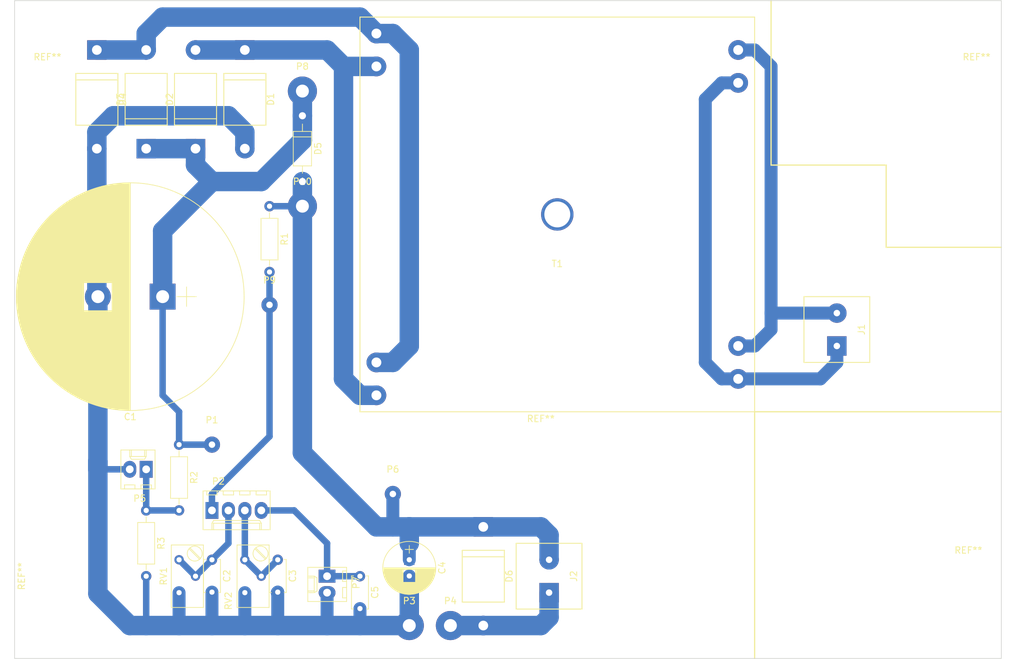
<source format=kicad_pcb>
(kicad_pcb (version 4) (host pcbnew 4.0.6)

  (general
    (links 48)
    (no_connects 0)
    (area 22.765714 25.299999 181.704286 127.105)
    (thickness 1.6)
    (drawings 10)
    (tracks 110)
    (zones 0)
    (modules 34)
    (nets 14)
  )

  (page A4)
  (layers
    (0 F.Cu signal)
    (31 B.Cu signal)
    (32 B.Adhes user)
    (33 F.Adhes user)
    (34 B.Paste user)
    (35 F.Paste user)
    (36 B.SilkS user)
    (37 F.SilkS user)
    (38 B.Mask user)
    (39 F.Mask user)
    (40 Dwgs.User user)
    (41 Cmts.User user)
    (42 Eco1.User user)
    (43 Eco2.User user)
    (44 Edge.Cuts user)
    (45 Margin user)
    (46 B.CrtYd user)
    (47 F.CrtYd user)
    (48 B.Fab user)
    (49 F.Fab user)
  )

  (setup
    (last_trace_width 0.5)
    (user_trace_width 1)
    (user_trace_width 1.5)
    (user_trace_width 2)
    (user_trace_width 2.5)
    (trace_clearance 0.2)
    (zone_clearance 0.508)
    (zone_45_only no)
    (trace_min 0.2)
    (segment_width 0.2)
    (edge_width 0.1)
    (via_size 0.6)
    (via_drill 0.4)
    (via_min_size 0.4)
    (via_min_drill 0.3)
    (uvia_size 0.3)
    (uvia_drill 0.1)
    (uvias_allowed no)
    (uvia_min_size 0.2)
    (uvia_min_drill 0.1)
    (pcb_text_width 0.3)
    (pcb_text_size 1.5 1.5)
    (mod_edge_width 0.15)
    (mod_text_size 1 1)
    (mod_text_width 0.15)
    (pad_size 1.5 1.5)
    (pad_drill 0.6)
    (pad_to_mask_clearance 0)
    (aux_axis_origin 0 0)
    (grid_origin 25.4 25.4)
    (visible_elements 7FFFFFFF)
    (pcbplotparams
      (layerselection 0x00030_80000001)
      (usegerberextensions false)
      (excludeedgelayer true)
      (linewidth 0.100000)
      (plotframeref false)
      (viasonmask false)
      (mode 1)
      (useauxorigin false)
      (hpglpennumber 1)
      (hpglpenspeed 20)
      (hpglpendiameter 15)
      (hpglpenoverlay 2)
      (psnegative false)
      (psa4output false)
      (plotreference true)
      (plotvalue true)
      (plotinvisibletext false)
      (padsonsilk false)
      (subtractmaskfromsilk false)
      (outputformat 1)
      (mirror false)
      (drillshape 1)
      (scaleselection 1)
      (outputdirectory ""))
  )

  (net 0 "")
  (net 1 /Unreg+)
  (net 2 /Gnd)
  (net 3 "Net-(C2-Pad1)")
  (net 4 "Net-(C3-Pad1)")
  (net 5 /Reg+)
  (net 6 "Net-(C5-Pad1)")
  (net 7 /AC7V_1)
  (net 8 /AC7V_2)
  (net 9 /ACLive)
  (net 10 /ACNeutral)
  (net 11 "Net-(P2-Pad1)")
  (net 12 "Net-(P5-Pad1)")
  (net 13 "Net-(D6-Pad2)")

  (net_class Default "This is the default net class."
    (clearance 0.2)
    (trace_width 0.5)
    (via_dia 0.6)
    (via_drill 0.4)
    (uvia_dia 0.3)
    (uvia_drill 0.1)
    (add_net "Net-(C2-Pad1)")
    (add_net "Net-(C3-Pad1)")
    (add_net "Net-(C5-Pad1)")
    (add_net "Net-(P2-Pad1)")
    (add_net "Net-(P5-Pad1)")
  )

  (net_class Gnd ""
    (clearance 0.5)
    (trace_width 3)
    (via_dia 0.6)
    (via_drill 0.4)
    (uvia_dia 0.3)
    (uvia_drill 0.1)
    (add_net /Gnd)
  )

  (net_class HV ""
    (clearance 0.5)
    (trace_width 2)
    (via_dia 0.6)
    (via_drill 0.4)
    (uvia_dia 0.3)
    (uvia_drill 0.1)
    (add_net /ACLive)
    (add_net /ACNeutral)
  )

  (net_class LVPower ""
    (clearance 0.5)
    (trace_width 3)
    (via_dia 0.6)
    (via_drill 0.4)
    (uvia_dia 0.3)
    (uvia_drill 0.1)
    (add_net /AC7V_1)
    (add_net /AC7V_2)
    (add_net /Reg+)
    (add_net /Unreg+)
    (add_net "Net-(D6-Pad2)")
  )

  (module Capacitors_THT:CP_Radial_D35.0mm_P10.00mm_SnapIn (layer F.Cu) (tedit 5920C256) (tstamp 594DE640)
    (at 48.26 71.12 180)
    (descr "CP, Radial series, Radial, pin pitch=10.00mm, , diameter=35mm, Electrolytic Capacitor, , http://www.vishay.com/docs/28342/058059pll-si.pdf")
    (tags "CP Radial series Radial pin pitch 10.00mm  diameter 35mm Electrolytic Capacitor")
    (path /5938C3B8)
    (fp_text reference C1 (at 5 -18.56 180) (layer F.SilkS)
      (effects (font (size 1 1) (thickness 0.15)))
    )
    (fp_text value "27000uF 25V" (at 5 18.56 180) (layer F.Fab)
      (effects (font (size 1 1) (thickness 0.15)))
    )
    (fp_text user %R (at 5 0 180) (layer F.Fab)
      (effects (font (size 1 1) (thickness 0.15)))
    )
    (fp_line (start -5.2 0) (end -2.2 0) (layer F.Fab) (width 0.1))
    (fp_line (start -3.7 -1.5) (end -3.7 1.5) (layer F.Fab) (width 0.1))
    (fp_line (start 5 -17.55) (end 5 17.55) (layer F.SilkS) (width 0.12))
    (fp_line (start 5.04 -17.55) (end 5.04 17.55) (layer F.SilkS) (width 0.12))
    (fp_line (start 5.08 -17.55) (end 5.08 17.55) (layer F.SilkS) (width 0.12))
    (fp_line (start 5.12 -17.55) (end 5.12 17.55) (layer F.SilkS) (width 0.12))
    (fp_line (start 5.16 -17.55) (end 5.16 17.55) (layer F.SilkS) (width 0.12))
    (fp_line (start 5.2 -17.549) (end 5.2 17.549) (layer F.SilkS) (width 0.12))
    (fp_line (start 5.24 -17.549) (end 5.24 17.549) (layer F.SilkS) (width 0.12))
    (fp_line (start 5.28 -17.548) (end 5.28 17.548) (layer F.SilkS) (width 0.12))
    (fp_line (start 5.32 -17.548) (end 5.32 17.548) (layer F.SilkS) (width 0.12))
    (fp_line (start 5.36 -17.547) (end 5.36 17.547) (layer F.SilkS) (width 0.12))
    (fp_line (start 5.4 -17.546) (end 5.4 17.546) (layer F.SilkS) (width 0.12))
    (fp_line (start 5.44 -17.545) (end 5.44 17.545) (layer F.SilkS) (width 0.12))
    (fp_line (start 5.48 -17.544) (end 5.48 17.544) (layer F.SilkS) (width 0.12))
    (fp_line (start 5.52 -17.543) (end 5.52 17.543) (layer F.SilkS) (width 0.12))
    (fp_line (start 5.56 -17.542) (end 5.56 17.542) (layer F.SilkS) (width 0.12))
    (fp_line (start 5.6 -17.54) (end 5.6 17.54) (layer F.SilkS) (width 0.12))
    (fp_line (start 5.64 -17.539) (end 5.64 17.539) (layer F.SilkS) (width 0.12))
    (fp_line (start 5.68 -17.537) (end 5.68 17.537) (layer F.SilkS) (width 0.12))
    (fp_line (start 5.721 -17.536) (end 5.721 17.536) (layer F.SilkS) (width 0.12))
    (fp_line (start 5.761 -17.534) (end 5.761 17.534) (layer F.SilkS) (width 0.12))
    (fp_line (start 5.801 -17.532) (end 5.801 17.532) (layer F.SilkS) (width 0.12))
    (fp_line (start 5.841 -17.53) (end 5.841 17.53) (layer F.SilkS) (width 0.12))
    (fp_line (start 5.881 -17.528) (end 5.881 17.528) (layer F.SilkS) (width 0.12))
    (fp_line (start 5.921 -17.526) (end 5.921 17.526) (layer F.SilkS) (width 0.12))
    (fp_line (start 5.961 -17.524) (end 5.961 17.524) (layer F.SilkS) (width 0.12))
    (fp_line (start 6.001 -17.522) (end 6.001 17.522) (layer F.SilkS) (width 0.12))
    (fp_line (start 6.041 -17.52) (end 6.041 17.52) (layer F.SilkS) (width 0.12))
    (fp_line (start 6.081 -17.517) (end 6.081 17.517) (layer F.SilkS) (width 0.12))
    (fp_line (start 6.121 -17.515) (end 6.121 17.515) (layer F.SilkS) (width 0.12))
    (fp_line (start 6.161 -17.512) (end 6.161 17.512) (layer F.SilkS) (width 0.12))
    (fp_line (start 6.201 -17.51) (end 6.201 17.51) (layer F.SilkS) (width 0.12))
    (fp_line (start 6.241 -17.507) (end 6.241 17.507) (layer F.SilkS) (width 0.12))
    (fp_line (start 6.281 -17.504) (end 6.281 17.504) (layer F.SilkS) (width 0.12))
    (fp_line (start 6.321 -17.501) (end 6.321 17.501) (layer F.SilkS) (width 0.12))
    (fp_line (start 6.361 -17.498) (end 6.361 17.498) (layer F.SilkS) (width 0.12))
    (fp_line (start 6.401 -17.495) (end 6.401 17.495) (layer F.SilkS) (width 0.12))
    (fp_line (start 6.441 -17.491) (end 6.441 17.491) (layer F.SilkS) (width 0.12))
    (fp_line (start 6.481 -17.488) (end 6.481 17.488) (layer F.SilkS) (width 0.12))
    (fp_line (start 6.521 -17.485) (end 6.521 17.485) (layer F.SilkS) (width 0.12))
    (fp_line (start 6.561 -17.481) (end 6.561 17.481) (layer F.SilkS) (width 0.12))
    (fp_line (start 6.601 -17.478) (end 6.601 17.478) (layer F.SilkS) (width 0.12))
    (fp_line (start 6.641 -17.474) (end 6.641 17.474) (layer F.SilkS) (width 0.12))
    (fp_line (start 6.681 -17.47) (end 6.681 17.47) (layer F.SilkS) (width 0.12))
    (fp_line (start 6.721 -17.466) (end 6.721 17.466) (layer F.SilkS) (width 0.12))
    (fp_line (start 6.761 -17.462) (end 6.761 17.462) (layer F.SilkS) (width 0.12))
    (fp_line (start 6.801 -17.458) (end 6.801 17.458) (layer F.SilkS) (width 0.12))
    (fp_line (start 6.841 -17.454) (end 6.841 17.454) (layer F.SilkS) (width 0.12))
    (fp_line (start 6.881 -17.45) (end 6.881 17.45) (layer F.SilkS) (width 0.12))
    (fp_line (start 6.921 -17.445) (end 6.921 17.445) (layer F.SilkS) (width 0.12))
    (fp_line (start 6.961 -17.441) (end 6.961 17.441) (layer F.SilkS) (width 0.12))
    (fp_line (start 7.001 -17.436) (end 7.001 17.436) (layer F.SilkS) (width 0.12))
    (fp_line (start 7.041 -17.432) (end 7.041 17.432) (layer F.SilkS) (width 0.12))
    (fp_line (start 7.081 -17.427) (end 7.081 17.427) (layer F.SilkS) (width 0.12))
    (fp_line (start 7.121 -17.422) (end 7.121 17.422) (layer F.SilkS) (width 0.12))
    (fp_line (start 7.161 -17.417) (end 7.161 17.417) (layer F.SilkS) (width 0.12))
    (fp_line (start 7.201 -17.412) (end 7.201 17.412) (layer F.SilkS) (width 0.12))
    (fp_line (start 7.241 -17.407) (end 7.241 17.407) (layer F.SilkS) (width 0.12))
    (fp_line (start 7.281 -17.402) (end 7.281 17.402) (layer F.SilkS) (width 0.12))
    (fp_line (start 7.321 -17.397) (end 7.321 17.397) (layer F.SilkS) (width 0.12))
    (fp_line (start 7.361 -17.391) (end 7.361 17.391) (layer F.SilkS) (width 0.12))
    (fp_line (start 7.401 -17.386) (end 7.401 17.386) (layer F.SilkS) (width 0.12))
    (fp_line (start 7.441 -17.38) (end 7.441 17.38) (layer F.SilkS) (width 0.12))
    (fp_line (start 7.481 -17.375) (end 7.481 17.375) (layer F.SilkS) (width 0.12))
    (fp_line (start 7.521 -17.369) (end 7.521 17.369) (layer F.SilkS) (width 0.12))
    (fp_line (start 7.561 -17.363) (end 7.561 17.363) (layer F.SilkS) (width 0.12))
    (fp_line (start 7.601 -17.357) (end 7.601 17.357) (layer F.SilkS) (width 0.12))
    (fp_line (start 7.641 -17.351) (end 7.641 17.351) (layer F.SilkS) (width 0.12))
    (fp_line (start 7.681 -17.345) (end 7.681 17.345) (layer F.SilkS) (width 0.12))
    (fp_line (start 7.721 -17.339) (end 7.721 17.339) (layer F.SilkS) (width 0.12))
    (fp_line (start 7.761 -17.333) (end 7.761 17.333) (layer F.SilkS) (width 0.12))
    (fp_line (start 7.801 -17.326) (end 7.801 17.326) (layer F.SilkS) (width 0.12))
    (fp_line (start 7.841 -17.32) (end 7.841 -2.18) (layer F.SilkS) (width 0.12))
    (fp_line (start 7.841 2.18) (end 7.841 17.32) (layer F.SilkS) (width 0.12))
    (fp_line (start 7.881 -17.313) (end 7.881 -2.18) (layer F.SilkS) (width 0.12))
    (fp_line (start 7.881 2.18) (end 7.881 17.313) (layer F.SilkS) (width 0.12))
    (fp_line (start 7.921 -17.306) (end 7.921 -2.18) (layer F.SilkS) (width 0.12))
    (fp_line (start 7.921 2.18) (end 7.921 17.306) (layer F.SilkS) (width 0.12))
    (fp_line (start 7.961 -17.3) (end 7.961 -2.18) (layer F.SilkS) (width 0.12))
    (fp_line (start 7.961 2.18) (end 7.961 17.3) (layer F.SilkS) (width 0.12))
    (fp_line (start 8.001 -17.293) (end 8.001 -2.18) (layer F.SilkS) (width 0.12))
    (fp_line (start 8.001 2.18) (end 8.001 17.293) (layer F.SilkS) (width 0.12))
    (fp_line (start 8.041 -17.286) (end 8.041 -2.18) (layer F.SilkS) (width 0.12))
    (fp_line (start 8.041 2.18) (end 8.041 17.286) (layer F.SilkS) (width 0.12))
    (fp_line (start 8.081 -17.279) (end 8.081 -2.18) (layer F.SilkS) (width 0.12))
    (fp_line (start 8.081 2.18) (end 8.081 17.279) (layer F.SilkS) (width 0.12))
    (fp_line (start 8.121 -17.272) (end 8.121 -2.18) (layer F.SilkS) (width 0.12))
    (fp_line (start 8.121 2.18) (end 8.121 17.272) (layer F.SilkS) (width 0.12))
    (fp_line (start 8.161 -17.264) (end 8.161 -2.18) (layer F.SilkS) (width 0.12))
    (fp_line (start 8.161 2.18) (end 8.161 17.264) (layer F.SilkS) (width 0.12))
    (fp_line (start 8.201 -17.257) (end 8.201 -2.18) (layer F.SilkS) (width 0.12))
    (fp_line (start 8.201 2.18) (end 8.201 17.257) (layer F.SilkS) (width 0.12))
    (fp_line (start 8.241 -17.25) (end 8.241 -2.18) (layer F.SilkS) (width 0.12))
    (fp_line (start 8.241 2.18) (end 8.241 17.25) (layer F.SilkS) (width 0.12))
    (fp_line (start 8.281 -17.242) (end 8.281 -2.18) (layer F.SilkS) (width 0.12))
    (fp_line (start 8.281 2.18) (end 8.281 17.242) (layer F.SilkS) (width 0.12))
    (fp_line (start 8.321 -17.234) (end 8.321 -2.18) (layer F.SilkS) (width 0.12))
    (fp_line (start 8.321 2.18) (end 8.321 17.234) (layer F.SilkS) (width 0.12))
    (fp_line (start 8.361 -17.227) (end 8.361 -2.18) (layer F.SilkS) (width 0.12))
    (fp_line (start 8.361 2.18) (end 8.361 17.227) (layer F.SilkS) (width 0.12))
    (fp_line (start 8.401 -17.219) (end 8.401 -2.18) (layer F.SilkS) (width 0.12))
    (fp_line (start 8.401 2.18) (end 8.401 17.219) (layer F.SilkS) (width 0.12))
    (fp_line (start 8.441 -17.211) (end 8.441 -2.18) (layer F.SilkS) (width 0.12))
    (fp_line (start 8.441 2.18) (end 8.441 17.211) (layer F.SilkS) (width 0.12))
    (fp_line (start 8.481 -17.203) (end 8.481 -2.18) (layer F.SilkS) (width 0.12))
    (fp_line (start 8.481 2.18) (end 8.481 17.203) (layer F.SilkS) (width 0.12))
    (fp_line (start 8.521 -17.195) (end 8.521 -2.18) (layer F.SilkS) (width 0.12))
    (fp_line (start 8.521 2.18) (end 8.521 17.195) (layer F.SilkS) (width 0.12))
    (fp_line (start 8.561 -17.186) (end 8.561 -2.18) (layer F.SilkS) (width 0.12))
    (fp_line (start 8.561 2.18) (end 8.561 17.186) (layer F.SilkS) (width 0.12))
    (fp_line (start 8.601 -17.178) (end 8.601 -2.18) (layer F.SilkS) (width 0.12))
    (fp_line (start 8.601 2.18) (end 8.601 17.178) (layer F.SilkS) (width 0.12))
    (fp_line (start 8.641 -17.17) (end 8.641 -2.18) (layer F.SilkS) (width 0.12))
    (fp_line (start 8.641 2.18) (end 8.641 17.17) (layer F.SilkS) (width 0.12))
    (fp_line (start 8.681 -17.161) (end 8.681 -2.18) (layer F.SilkS) (width 0.12))
    (fp_line (start 8.681 2.18) (end 8.681 17.161) (layer F.SilkS) (width 0.12))
    (fp_line (start 8.721 -17.153) (end 8.721 -2.18) (layer F.SilkS) (width 0.12))
    (fp_line (start 8.721 2.18) (end 8.721 17.153) (layer F.SilkS) (width 0.12))
    (fp_line (start 8.761 -17.144) (end 8.761 -2.18) (layer F.SilkS) (width 0.12))
    (fp_line (start 8.761 2.18) (end 8.761 17.144) (layer F.SilkS) (width 0.12))
    (fp_line (start 8.801 -17.135) (end 8.801 -2.18) (layer F.SilkS) (width 0.12))
    (fp_line (start 8.801 2.18) (end 8.801 17.135) (layer F.SilkS) (width 0.12))
    (fp_line (start 8.841 -17.126) (end 8.841 -2.18) (layer F.SilkS) (width 0.12))
    (fp_line (start 8.841 2.18) (end 8.841 17.126) (layer F.SilkS) (width 0.12))
    (fp_line (start 8.881 -17.117) (end 8.881 -2.18) (layer F.SilkS) (width 0.12))
    (fp_line (start 8.881 2.18) (end 8.881 17.117) (layer F.SilkS) (width 0.12))
    (fp_line (start 8.921 -17.108) (end 8.921 -2.18) (layer F.SilkS) (width 0.12))
    (fp_line (start 8.921 2.18) (end 8.921 17.108) (layer F.SilkS) (width 0.12))
    (fp_line (start 8.961 -17.099) (end 8.961 -2.18) (layer F.SilkS) (width 0.12))
    (fp_line (start 8.961 2.18) (end 8.961 17.099) (layer F.SilkS) (width 0.12))
    (fp_line (start 9.001 -17.09) (end 9.001 -2.18) (layer F.SilkS) (width 0.12))
    (fp_line (start 9.001 2.18) (end 9.001 17.09) (layer F.SilkS) (width 0.12))
    (fp_line (start 9.041 -17.08) (end 9.041 -2.18) (layer F.SilkS) (width 0.12))
    (fp_line (start 9.041 2.18) (end 9.041 17.08) (layer F.SilkS) (width 0.12))
    (fp_line (start 9.081 -17.071) (end 9.081 -2.18) (layer F.SilkS) (width 0.12))
    (fp_line (start 9.081 2.18) (end 9.081 17.071) (layer F.SilkS) (width 0.12))
    (fp_line (start 9.121 -17.061) (end 9.121 -2.18) (layer F.SilkS) (width 0.12))
    (fp_line (start 9.121 2.18) (end 9.121 17.061) (layer F.SilkS) (width 0.12))
    (fp_line (start 9.161 -17.052) (end 9.161 -2.18) (layer F.SilkS) (width 0.12))
    (fp_line (start 9.161 2.18) (end 9.161 17.052) (layer F.SilkS) (width 0.12))
    (fp_line (start 9.201 -17.042) (end 9.201 -2.18) (layer F.SilkS) (width 0.12))
    (fp_line (start 9.201 2.18) (end 9.201 17.042) (layer F.SilkS) (width 0.12))
    (fp_line (start 9.241 -17.032) (end 9.241 -2.18) (layer F.SilkS) (width 0.12))
    (fp_line (start 9.241 2.18) (end 9.241 17.032) (layer F.SilkS) (width 0.12))
    (fp_line (start 9.281 -17.022) (end 9.281 -2.18) (layer F.SilkS) (width 0.12))
    (fp_line (start 9.281 2.18) (end 9.281 17.022) (layer F.SilkS) (width 0.12))
    (fp_line (start 9.321 -17.012) (end 9.321 -2.18) (layer F.SilkS) (width 0.12))
    (fp_line (start 9.321 2.18) (end 9.321 17.012) (layer F.SilkS) (width 0.12))
    (fp_line (start 9.361 -17.002) (end 9.361 -2.18) (layer F.SilkS) (width 0.12))
    (fp_line (start 9.361 2.18) (end 9.361 17.002) (layer F.SilkS) (width 0.12))
    (fp_line (start 9.401 -16.991) (end 9.401 -2.18) (layer F.SilkS) (width 0.12))
    (fp_line (start 9.401 2.18) (end 9.401 16.991) (layer F.SilkS) (width 0.12))
    (fp_line (start 9.441 -16.981) (end 9.441 -2.18) (layer F.SilkS) (width 0.12))
    (fp_line (start 9.441 2.18) (end 9.441 16.981) (layer F.SilkS) (width 0.12))
    (fp_line (start 9.481 -16.97) (end 9.481 -2.18) (layer F.SilkS) (width 0.12))
    (fp_line (start 9.481 2.18) (end 9.481 16.97) (layer F.SilkS) (width 0.12))
    (fp_line (start 9.521 -16.96) (end 9.521 -2.18) (layer F.SilkS) (width 0.12))
    (fp_line (start 9.521 2.18) (end 9.521 16.96) (layer F.SilkS) (width 0.12))
    (fp_line (start 9.561 -16.949) (end 9.561 -2.18) (layer F.SilkS) (width 0.12))
    (fp_line (start 9.561 2.18) (end 9.561 16.949) (layer F.SilkS) (width 0.12))
    (fp_line (start 9.601 -16.938) (end 9.601 -2.18) (layer F.SilkS) (width 0.12))
    (fp_line (start 9.601 2.18) (end 9.601 16.938) (layer F.SilkS) (width 0.12))
    (fp_line (start 9.641 -16.927) (end 9.641 -2.18) (layer F.SilkS) (width 0.12))
    (fp_line (start 9.641 2.18) (end 9.641 16.927) (layer F.SilkS) (width 0.12))
    (fp_line (start 9.681 -16.916) (end 9.681 -2.18) (layer F.SilkS) (width 0.12))
    (fp_line (start 9.681 2.18) (end 9.681 16.916) (layer F.SilkS) (width 0.12))
    (fp_line (start 9.721 -16.905) (end 9.721 -2.18) (layer F.SilkS) (width 0.12))
    (fp_line (start 9.721 2.18) (end 9.721 16.905) (layer F.SilkS) (width 0.12))
    (fp_line (start 9.761 -16.894) (end 9.761 -2.18) (layer F.SilkS) (width 0.12))
    (fp_line (start 9.761 2.18) (end 9.761 16.894) (layer F.SilkS) (width 0.12))
    (fp_line (start 9.801 -16.883) (end 9.801 -2.18) (layer F.SilkS) (width 0.12))
    (fp_line (start 9.801 2.18) (end 9.801 16.883) (layer F.SilkS) (width 0.12))
    (fp_line (start 9.841 -16.872) (end 9.841 -2.18) (layer F.SilkS) (width 0.12))
    (fp_line (start 9.841 2.18) (end 9.841 16.872) (layer F.SilkS) (width 0.12))
    (fp_line (start 9.881 -16.86) (end 9.881 -2.18) (layer F.SilkS) (width 0.12))
    (fp_line (start 9.881 2.18) (end 9.881 16.86) (layer F.SilkS) (width 0.12))
    (fp_line (start 9.921 -16.848) (end 9.921 -2.18) (layer F.SilkS) (width 0.12))
    (fp_line (start 9.921 2.18) (end 9.921 16.848) (layer F.SilkS) (width 0.12))
    (fp_line (start 9.961 -16.837) (end 9.961 -2.18) (layer F.SilkS) (width 0.12))
    (fp_line (start 9.961 2.18) (end 9.961 16.837) (layer F.SilkS) (width 0.12))
    (fp_line (start 10.001 -16.825) (end 10.001 -2.18) (layer F.SilkS) (width 0.12))
    (fp_line (start 10.001 2.18) (end 10.001 16.825) (layer F.SilkS) (width 0.12))
    (fp_line (start 10.041 -16.813) (end 10.041 -2.18) (layer F.SilkS) (width 0.12))
    (fp_line (start 10.041 2.18) (end 10.041 16.813) (layer F.SilkS) (width 0.12))
    (fp_line (start 10.081 -16.801) (end 10.081 -2.18) (layer F.SilkS) (width 0.12))
    (fp_line (start 10.081 2.18) (end 10.081 16.801) (layer F.SilkS) (width 0.12))
    (fp_line (start 10.121 -16.789) (end 10.121 -2.18) (layer F.SilkS) (width 0.12))
    (fp_line (start 10.121 2.18) (end 10.121 16.789) (layer F.SilkS) (width 0.12))
    (fp_line (start 10.161 -16.777) (end 10.161 -2.18) (layer F.SilkS) (width 0.12))
    (fp_line (start 10.161 2.18) (end 10.161 16.777) (layer F.SilkS) (width 0.12))
    (fp_line (start 10.201 -16.764) (end 10.201 -2.18) (layer F.SilkS) (width 0.12))
    (fp_line (start 10.201 2.18) (end 10.201 16.764) (layer F.SilkS) (width 0.12))
    (fp_line (start 10.241 -16.752) (end 10.241 -2.18) (layer F.SilkS) (width 0.12))
    (fp_line (start 10.241 2.18) (end 10.241 16.752) (layer F.SilkS) (width 0.12))
    (fp_line (start 10.281 -16.739) (end 10.281 -2.18) (layer F.SilkS) (width 0.12))
    (fp_line (start 10.281 2.18) (end 10.281 16.739) (layer F.SilkS) (width 0.12))
    (fp_line (start 10.321 -16.727) (end 10.321 -2.18) (layer F.SilkS) (width 0.12))
    (fp_line (start 10.321 2.18) (end 10.321 16.727) (layer F.SilkS) (width 0.12))
    (fp_line (start 10.361 -16.714) (end 10.361 -2.18) (layer F.SilkS) (width 0.12))
    (fp_line (start 10.361 2.18) (end 10.361 16.714) (layer F.SilkS) (width 0.12))
    (fp_line (start 10.401 -16.701) (end 10.401 -2.18) (layer F.SilkS) (width 0.12))
    (fp_line (start 10.401 2.18) (end 10.401 16.701) (layer F.SilkS) (width 0.12))
    (fp_line (start 10.441 -16.688) (end 10.441 -2.18) (layer F.SilkS) (width 0.12))
    (fp_line (start 10.441 2.18) (end 10.441 16.688) (layer F.SilkS) (width 0.12))
    (fp_line (start 10.481 -16.675) (end 10.481 -2.18) (layer F.SilkS) (width 0.12))
    (fp_line (start 10.481 2.18) (end 10.481 16.675) (layer F.SilkS) (width 0.12))
    (fp_line (start 10.521 -16.662) (end 10.521 -2.18) (layer F.SilkS) (width 0.12))
    (fp_line (start 10.521 2.18) (end 10.521 16.662) (layer F.SilkS) (width 0.12))
    (fp_line (start 10.561 -16.649) (end 10.561 -2.18) (layer F.SilkS) (width 0.12))
    (fp_line (start 10.561 2.18) (end 10.561 16.649) (layer F.SilkS) (width 0.12))
    (fp_line (start 10.601 -16.635) (end 10.601 -2.18) (layer F.SilkS) (width 0.12))
    (fp_line (start 10.601 2.18) (end 10.601 16.635) (layer F.SilkS) (width 0.12))
    (fp_line (start 10.641 -16.622) (end 10.641 -2.18) (layer F.SilkS) (width 0.12))
    (fp_line (start 10.641 2.18) (end 10.641 16.622) (layer F.SilkS) (width 0.12))
    (fp_line (start 10.681 -16.608) (end 10.681 -2.18) (layer F.SilkS) (width 0.12))
    (fp_line (start 10.681 2.18) (end 10.681 16.608) (layer F.SilkS) (width 0.12))
    (fp_line (start 10.721 -16.594) (end 10.721 -2.18) (layer F.SilkS) (width 0.12))
    (fp_line (start 10.721 2.18) (end 10.721 16.594) (layer F.SilkS) (width 0.12))
    (fp_line (start 10.761 -16.581) (end 10.761 -2.18) (layer F.SilkS) (width 0.12))
    (fp_line (start 10.761 2.18) (end 10.761 16.581) (layer F.SilkS) (width 0.12))
    (fp_line (start 10.801 -16.567) (end 10.801 -2.18) (layer F.SilkS) (width 0.12))
    (fp_line (start 10.801 2.18) (end 10.801 16.567) (layer F.SilkS) (width 0.12))
    (fp_line (start 10.841 -16.553) (end 10.841 -2.18) (layer F.SilkS) (width 0.12))
    (fp_line (start 10.841 2.18) (end 10.841 16.553) (layer F.SilkS) (width 0.12))
    (fp_line (start 10.881 -16.539) (end 10.881 -2.18) (layer F.SilkS) (width 0.12))
    (fp_line (start 10.881 2.18) (end 10.881 16.539) (layer F.SilkS) (width 0.12))
    (fp_line (start 10.921 -16.524) (end 10.921 -2.18) (layer F.SilkS) (width 0.12))
    (fp_line (start 10.921 2.18) (end 10.921 16.524) (layer F.SilkS) (width 0.12))
    (fp_line (start 10.961 -16.51) (end 10.961 -2.18) (layer F.SilkS) (width 0.12))
    (fp_line (start 10.961 2.18) (end 10.961 16.51) (layer F.SilkS) (width 0.12))
    (fp_line (start 11.001 -16.496) (end 11.001 -2.18) (layer F.SilkS) (width 0.12))
    (fp_line (start 11.001 2.18) (end 11.001 16.496) (layer F.SilkS) (width 0.12))
    (fp_line (start 11.041 -16.481) (end 11.041 -2.18) (layer F.SilkS) (width 0.12))
    (fp_line (start 11.041 2.18) (end 11.041 16.481) (layer F.SilkS) (width 0.12))
    (fp_line (start 11.081 -16.466) (end 11.081 -2.18) (layer F.SilkS) (width 0.12))
    (fp_line (start 11.081 2.18) (end 11.081 16.466) (layer F.SilkS) (width 0.12))
    (fp_line (start 11.121 -16.452) (end 11.121 -2.18) (layer F.SilkS) (width 0.12))
    (fp_line (start 11.121 2.18) (end 11.121 16.452) (layer F.SilkS) (width 0.12))
    (fp_line (start 11.161 -16.437) (end 11.161 -2.18) (layer F.SilkS) (width 0.12))
    (fp_line (start 11.161 2.18) (end 11.161 16.437) (layer F.SilkS) (width 0.12))
    (fp_line (start 11.201 -16.422) (end 11.201 -2.18) (layer F.SilkS) (width 0.12))
    (fp_line (start 11.201 2.18) (end 11.201 16.422) (layer F.SilkS) (width 0.12))
    (fp_line (start 11.241 -16.406) (end 11.241 -2.18) (layer F.SilkS) (width 0.12))
    (fp_line (start 11.241 2.18) (end 11.241 16.406) (layer F.SilkS) (width 0.12))
    (fp_line (start 11.281 -16.391) (end 11.281 -2.18) (layer F.SilkS) (width 0.12))
    (fp_line (start 11.281 2.18) (end 11.281 16.391) (layer F.SilkS) (width 0.12))
    (fp_line (start 11.321 -16.376) (end 11.321 -2.18) (layer F.SilkS) (width 0.12))
    (fp_line (start 11.321 2.18) (end 11.321 16.376) (layer F.SilkS) (width 0.12))
    (fp_line (start 11.361 -16.36) (end 11.361 -2.18) (layer F.SilkS) (width 0.12))
    (fp_line (start 11.361 2.18) (end 11.361 16.36) (layer F.SilkS) (width 0.12))
    (fp_line (start 11.401 -16.345) (end 11.401 -2.18) (layer F.SilkS) (width 0.12))
    (fp_line (start 11.401 2.18) (end 11.401 16.345) (layer F.SilkS) (width 0.12))
    (fp_line (start 11.441 -16.329) (end 11.441 -2.18) (layer F.SilkS) (width 0.12))
    (fp_line (start 11.441 2.18) (end 11.441 16.329) (layer F.SilkS) (width 0.12))
    (fp_line (start 11.481 -16.313) (end 11.481 -2.18) (layer F.SilkS) (width 0.12))
    (fp_line (start 11.481 2.18) (end 11.481 16.313) (layer F.SilkS) (width 0.12))
    (fp_line (start 11.521 -16.298) (end 11.521 -2.18) (layer F.SilkS) (width 0.12))
    (fp_line (start 11.521 2.18) (end 11.521 16.298) (layer F.SilkS) (width 0.12))
    (fp_line (start 11.561 -16.281) (end 11.561 -2.18) (layer F.SilkS) (width 0.12))
    (fp_line (start 11.561 2.18) (end 11.561 16.281) (layer F.SilkS) (width 0.12))
    (fp_line (start 11.601 -16.265) (end 11.601 -2.18) (layer F.SilkS) (width 0.12))
    (fp_line (start 11.601 2.18) (end 11.601 16.265) (layer F.SilkS) (width 0.12))
    (fp_line (start 11.641 -16.249) (end 11.641 -2.18) (layer F.SilkS) (width 0.12))
    (fp_line (start 11.641 2.18) (end 11.641 16.249) (layer F.SilkS) (width 0.12))
    (fp_line (start 11.681 -16.233) (end 11.681 -2.18) (layer F.SilkS) (width 0.12))
    (fp_line (start 11.681 2.18) (end 11.681 16.233) (layer F.SilkS) (width 0.12))
    (fp_line (start 11.721 -16.216) (end 11.721 -2.18) (layer F.SilkS) (width 0.12))
    (fp_line (start 11.721 2.18) (end 11.721 16.216) (layer F.SilkS) (width 0.12))
    (fp_line (start 11.761 -16.2) (end 11.761 -2.18) (layer F.SilkS) (width 0.12))
    (fp_line (start 11.761 2.18) (end 11.761 16.2) (layer F.SilkS) (width 0.12))
    (fp_line (start 11.801 -16.183) (end 11.801 -2.18) (layer F.SilkS) (width 0.12))
    (fp_line (start 11.801 2.18) (end 11.801 16.183) (layer F.SilkS) (width 0.12))
    (fp_line (start 11.841 -16.166) (end 11.841 -2.18) (layer F.SilkS) (width 0.12))
    (fp_line (start 11.841 2.18) (end 11.841 16.166) (layer F.SilkS) (width 0.12))
    (fp_line (start 11.881 -16.149) (end 11.881 -2.18) (layer F.SilkS) (width 0.12))
    (fp_line (start 11.881 2.18) (end 11.881 16.149) (layer F.SilkS) (width 0.12))
    (fp_line (start 11.921 -16.132) (end 11.921 -2.18) (layer F.SilkS) (width 0.12))
    (fp_line (start 11.921 2.18) (end 11.921 16.132) (layer F.SilkS) (width 0.12))
    (fp_line (start 11.961 -16.115) (end 11.961 -2.18) (layer F.SilkS) (width 0.12))
    (fp_line (start 11.961 2.18) (end 11.961 16.115) (layer F.SilkS) (width 0.12))
    (fp_line (start 12.001 -16.098) (end 12.001 -2.18) (layer F.SilkS) (width 0.12))
    (fp_line (start 12.001 2.18) (end 12.001 16.098) (layer F.SilkS) (width 0.12))
    (fp_line (start 12.041 -16.08) (end 12.041 -2.18) (layer F.SilkS) (width 0.12))
    (fp_line (start 12.041 2.18) (end 12.041 16.08) (layer F.SilkS) (width 0.12))
    (fp_line (start 12.081 -16.063) (end 12.081 -2.18) (layer F.SilkS) (width 0.12))
    (fp_line (start 12.081 2.18) (end 12.081 16.063) (layer F.SilkS) (width 0.12))
    (fp_line (start 12.121 -16.045) (end 12.121 -2.18) (layer F.SilkS) (width 0.12))
    (fp_line (start 12.121 2.18) (end 12.121 16.045) (layer F.SilkS) (width 0.12))
    (fp_line (start 12.161 -16.027) (end 12.161 -2.18) (layer F.SilkS) (width 0.12))
    (fp_line (start 12.161 2.18) (end 12.161 16.027) (layer F.SilkS) (width 0.12))
    (fp_line (start 12.201 -16.009) (end 12.201 16.009) (layer F.SilkS) (width 0.12))
    (fp_line (start 12.241 -15.991) (end 12.241 15.991) (layer F.SilkS) (width 0.12))
    (fp_line (start 12.281 -15.973) (end 12.281 15.973) (layer F.SilkS) (width 0.12))
    (fp_line (start 12.321 -15.955) (end 12.321 15.955) (layer F.SilkS) (width 0.12))
    (fp_line (start 12.361 -15.937) (end 12.361 15.937) (layer F.SilkS) (width 0.12))
    (fp_line (start 12.401 -15.918) (end 12.401 15.918) (layer F.SilkS) (width 0.12))
    (fp_line (start 12.441 -15.9) (end 12.441 15.9) (layer F.SilkS) (width 0.12))
    (fp_line (start 12.481 -15.881) (end 12.481 15.881) (layer F.SilkS) (width 0.12))
    (fp_line (start 12.521 -15.862) (end 12.521 15.862) (layer F.SilkS) (width 0.12))
    (fp_line (start 12.561 -15.843) (end 12.561 15.843) (layer F.SilkS) (width 0.12))
    (fp_line (start 12.601 -15.824) (end 12.601 15.824) (layer F.SilkS) (width 0.12))
    (fp_line (start 12.641 -15.805) (end 12.641 15.805) (layer F.SilkS) (width 0.12))
    (fp_line (start 12.681 -15.785) (end 12.681 15.785) (layer F.SilkS) (width 0.12))
    (fp_line (start 12.721 -15.766) (end 12.721 15.766) (layer F.SilkS) (width 0.12))
    (fp_line (start 12.761 -15.746) (end 12.761 15.746) (layer F.SilkS) (width 0.12))
    (fp_line (start 12.801 -15.727) (end 12.801 15.727) (layer F.SilkS) (width 0.12))
    (fp_line (start 12.841 -15.707) (end 12.841 15.707) (layer F.SilkS) (width 0.12))
    (fp_line (start 12.881 -15.687) (end 12.881 15.687) (layer F.SilkS) (width 0.12))
    (fp_line (start 12.921 -15.667) (end 12.921 15.667) (layer F.SilkS) (width 0.12))
    (fp_line (start 12.961 -15.646) (end 12.961 15.646) (layer F.SilkS) (width 0.12))
    (fp_line (start 13.001 -15.626) (end 13.001 15.626) (layer F.SilkS) (width 0.12))
    (fp_line (start 13.041 -15.606) (end 13.041 15.606) (layer F.SilkS) (width 0.12))
    (fp_line (start 13.081 -15.585) (end 13.081 15.585) (layer F.SilkS) (width 0.12))
    (fp_line (start 13.121 -15.564) (end 13.121 15.564) (layer F.SilkS) (width 0.12))
    (fp_line (start 13.161 -15.543) (end 13.161 15.543) (layer F.SilkS) (width 0.12))
    (fp_line (start 13.2 -15.522) (end 13.2 15.522) (layer F.SilkS) (width 0.12))
    (fp_line (start 13.24 -15.501) (end 13.24 15.501) (layer F.SilkS) (width 0.12))
    (fp_line (start 13.28 -15.48) (end 13.28 15.48) (layer F.SilkS) (width 0.12))
    (fp_line (start 13.32 -15.458) (end 13.32 15.458) (layer F.SilkS) (width 0.12))
    (fp_line (start 13.36 -15.437) (end 13.36 15.437) (layer F.SilkS) (width 0.12))
    (fp_line (start 13.4 -15.415) (end 13.4 15.415) (layer F.SilkS) (width 0.12))
    (fp_line (start 13.44 -15.393) (end 13.44 15.393) (layer F.SilkS) (width 0.12))
    (fp_line (start 13.48 -15.371) (end 13.48 15.371) (layer F.SilkS) (width 0.12))
    (fp_line (start 13.52 -15.349) (end 13.52 15.349) (layer F.SilkS) (width 0.12))
    (fp_line (start 13.56 -15.327) (end 13.56 15.327) (layer F.SilkS) (width 0.12))
    (fp_line (start 13.6 -15.305) (end 13.6 15.305) (layer F.SilkS) (width 0.12))
    (fp_line (start 13.64 -15.282) (end 13.64 15.282) (layer F.SilkS) (width 0.12))
    (fp_line (start 13.68 -15.26) (end 13.68 15.26) (layer F.SilkS) (width 0.12))
    (fp_line (start 13.72 -15.237) (end 13.72 15.237) (layer F.SilkS) (width 0.12))
    (fp_line (start 13.76 -15.214) (end 13.76 15.214) (layer F.SilkS) (width 0.12))
    (fp_line (start 13.8 -15.191) (end 13.8 15.191) (layer F.SilkS) (width 0.12))
    (fp_line (start 13.84 -15.168) (end 13.84 15.168) (layer F.SilkS) (width 0.12))
    (fp_line (start 13.88 -15.144) (end 13.88 15.144) (layer F.SilkS) (width 0.12))
    (fp_line (start 13.92 -15.121) (end 13.92 15.121) (layer F.SilkS) (width 0.12))
    (fp_line (start 13.96 -15.097) (end 13.96 15.097) (layer F.SilkS) (width 0.12))
    (fp_line (start 14 -15.074) (end 14 15.074) (layer F.SilkS) (width 0.12))
    (fp_line (start 14.04 -15.05) (end 14.04 15.05) (layer F.SilkS) (width 0.12))
    (fp_line (start 14.08 -15.026) (end 14.08 15.026) (layer F.SilkS) (width 0.12))
    (fp_line (start 14.12 -15.002) (end 14.12 15.002) (layer F.SilkS) (width 0.12))
    (fp_line (start 14.16 -14.977) (end 14.16 14.977) (layer F.SilkS) (width 0.12))
    (fp_line (start 14.2 -14.953) (end 14.2 14.953) (layer F.SilkS) (width 0.12))
    (fp_line (start 14.24 -14.928) (end 14.24 14.928) (layer F.SilkS) (width 0.12))
    (fp_line (start 14.28 -14.903) (end 14.28 14.903) (layer F.SilkS) (width 0.12))
    (fp_line (start 14.32 -14.878) (end 14.32 14.878) (layer F.SilkS) (width 0.12))
    (fp_line (start 14.36 -14.853) (end 14.36 14.853) (layer F.SilkS) (width 0.12))
    (fp_line (start 14.4 -14.828) (end 14.4 14.828) (layer F.SilkS) (width 0.12))
    (fp_line (start 14.44 -14.803) (end 14.44 14.803) (layer F.SilkS) (width 0.12))
    (fp_line (start 14.48 -14.777) (end 14.48 14.777) (layer F.SilkS) (width 0.12))
    (fp_line (start 14.52 -14.752) (end 14.52 14.752) (layer F.SilkS) (width 0.12))
    (fp_line (start 14.56 -14.726) (end 14.56 14.726) (layer F.SilkS) (width 0.12))
    (fp_line (start 14.6 -14.7) (end 14.6 14.7) (layer F.SilkS) (width 0.12))
    (fp_line (start 14.64 -14.674) (end 14.64 14.674) (layer F.SilkS) (width 0.12))
    (fp_line (start 14.68 -14.647) (end 14.68 14.647) (layer F.SilkS) (width 0.12))
    (fp_line (start 14.72 -14.621) (end 14.72 14.621) (layer F.SilkS) (width 0.12))
    (fp_line (start 14.76 -14.594) (end 14.76 14.594) (layer F.SilkS) (width 0.12))
    (fp_line (start 14.8 -14.568) (end 14.8 14.568) (layer F.SilkS) (width 0.12))
    (fp_line (start 14.84 -14.541) (end 14.84 14.541) (layer F.SilkS) (width 0.12))
    (fp_line (start 14.88 -14.514) (end 14.88 14.514) (layer F.SilkS) (width 0.12))
    (fp_line (start 14.92 -14.486) (end 14.92 14.486) (layer F.SilkS) (width 0.12))
    (fp_line (start 14.96 -14.459) (end 14.96 14.459) (layer F.SilkS) (width 0.12))
    (fp_line (start 15 -14.431) (end 15 14.431) (layer F.SilkS) (width 0.12))
    (fp_line (start 15.04 -14.404) (end 15.04 14.404) (layer F.SilkS) (width 0.12))
    (fp_line (start 15.08 -14.376) (end 15.08 14.376) (layer F.SilkS) (width 0.12))
    (fp_line (start 15.12 -14.348) (end 15.12 14.348) (layer F.SilkS) (width 0.12))
    (fp_line (start 15.16 -14.32) (end 15.16 14.32) (layer F.SilkS) (width 0.12))
    (fp_line (start 15.2 -14.291) (end 15.2 14.291) (layer F.SilkS) (width 0.12))
    (fp_line (start 15.24 -14.263) (end 15.24 14.263) (layer F.SilkS) (width 0.12))
    (fp_line (start 15.28 -14.234) (end 15.28 14.234) (layer F.SilkS) (width 0.12))
    (fp_line (start 15.32 -14.205) (end 15.32 14.205) (layer F.SilkS) (width 0.12))
    (fp_line (start 15.36 -14.176) (end 15.36 14.176) (layer F.SilkS) (width 0.12))
    (fp_line (start 15.4 -14.147) (end 15.4 14.147) (layer F.SilkS) (width 0.12))
    (fp_line (start 15.44 -14.117) (end 15.44 14.117) (layer F.SilkS) (width 0.12))
    (fp_line (start 15.48 -14.088) (end 15.48 14.088) (layer F.SilkS) (width 0.12))
    (fp_line (start 15.52 -14.058) (end 15.52 14.058) (layer F.SilkS) (width 0.12))
    (fp_line (start 15.56 -14.028) (end 15.56 14.028) (layer F.SilkS) (width 0.12))
    (fp_line (start 15.6 -13.998) (end 15.6 13.998) (layer F.SilkS) (width 0.12))
    (fp_line (start 15.64 -13.968) (end 15.64 13.968) (layer F.SilkS) (width 0.12))
    (fp_line (start 15.68 -13.937) (end 15.68 13.937) (layer F.SilkS) (width 0.12))
    (fp_line (start 15.72 -13.906) (end 15.72 13.906) (layer F.SilkS) (width 0.12))
    (fp_line (start 15.76 -13.876) (end 15.76 13.876) (layer F.SilkS) (width 0.12))
    (fp_line (start 15.8 -13.845) (end 15.8 13.845) (layer F.SilkS) (width 0.12))
    (fp_line (start 15.84 -13.813) (end 15.84 13.813) (layer F.SilkS) (width 0.12))
    (fp_line (start 15.88 -13.782) (end 15.88 13.782) (layer F.SilkS) (width 0.12))
    (fp_line (start 15.92 -13.75) (end 15.92 13.75) (layer F.SilkS) (width 0.12))
    (fp_line (start 15.96 -13.719) (end 15.96 13.719) (layer F.SilkS) (width 0.12))
    (fp_line (start 16 -13.687) (end 16 13.687) (layer F.SilkS) (width 0.12))
    (fp_line (start 16.04 -13.655) (end 16.04 13.655) (layer F.SilkS) (width 0.12))
    (fp_line (start 16.08 -13.622) (end 16.08 13.622) (layer F.SilkS) (width 0.12))
    (fp_line (start 16.12 -13.59) (end 16.12 13.59) (layer F.SilkS) (width 0.12))
    (fp_line (start 16.16 -13.557) (end 16.16 13.557) (layer F.SilkS) (width 0.12))
    (fp_line (start 16.2 -13.524) (end 16.2 13.524) (layer F.SilkS) (width 0.12))
    (fp_line (start 16.24 -13.491) (end 16.24 13.491) (layer F.SilkS) (width 0.12))
    (fp_line (start 16.28 -13.458) (end 16.28 13.458) (layer F.SilkS) (width 0.12))
    (fp_line (start 16.32 -13.424) (end 16.32 13.424) (layer F.SilkS) (width 0.12))
    (fp_line (start 16.36 -13.39) (end 16.36 13.39) (layer F.SilkS) (width 0.12))
    (fp_line (start 16.4 -13.356) (end 16.4 13.356) (layer F.SilkS) (width 0.12))
    (fp_line (start 16.44 -13.322) (end 16.44 13.322) (layer F.SilkS) (width 0.12))
    (fp_line (start 16.48 -13.288) (end 16.48 13.288) (layer F.SilkS) (width 0.12))
    (fp_line (start 16.52 -13.253) (end 16.52 13.253) (layer F.SilkS) (width 0.12))
    (fp_line (start 16.56 -13.218) (end 16.56 13.218) (layer F.SilkS) (width 0.12))
    (fp_line (start 16.6 -13.184) (end 16.6 13.184) (layer F.SilkS) (width 0.12))
    (fp_line (start 16.64 -13.148) (end 16.64 13.148) (layer F.SilkS) (width 0.12))
    (fp_line (start 16.68 -13.113) (end 16.68 13.113) (layer F.SilkS) (width 0.12))
    (fp_line (start 16.72 -13.077) (end 16.72 13.077) (layer F.SilkS) (width 0.12))
    (fp_line (start 16.76 -13.041) (end 16.76 13.041) (layer F.SilkS) (width 0.12))
    (fp_line (start 16.8 -13.005) (end 16.8 13.005) (layer F.SilkS) (width 0.12))
    (fp_line (start 16.84 -12.969) (end 16.84 12.969) (layer F.SilkS) (width 0.12))
    (fp_line (start 16.88 -12.933) (end 16.88 12.933) (layer F.SilkS) (width 0.12))
    (fp_line (start 16.92 -12.896) (end 16.92 12.896) (layer F.SilkS) (width 0.12))
    (fp_line (start 16.96 -12.859) (end 16.96 12.859) (layer F.SilkS) (width 0.12))
    (fp_line (start 17 -12.822) (end 17 12.822) (layer F.SilkS) (width 0.12))
    (fp_line (start 17.04 -12.784) (end 17.04 12.784) (layer F.SilkS) (width 0.12))
    (fp_line (start 17.08 -12.746) (end 17.08 12.746) (layer F.SilkS) (width 0.12))
    (fp_line (start 17.12 -12.709) (end 17.12 12.709) (layer F.SilkS) (width 0.12))
    (fp_line (start 17.16 -12.67) (end 17.16 12.67) (layer F.SilkS) (width 0.12))
    (fp_line (start 17.2 -12.632) (end 17.2 12.632) (layer F.SilkS) (width 0.12))
    (fp_line (start 17.24 -12.593) (end 17.24 12.593) (layer F.SilkS) (width 0.12))
    (fp_line (start 17.28 -12.555) (end 17.28 12.555) (layer F.SilkS) (width 0.12))
    (fp_line (start 17.32 -12.515) (end 17.32 12.515) (layer F.SilkS) (width 0.12))
    (fp_line (start 17.36 -12.476) (end 17.36 12.476) (layer F.SilkS) (width 0.12))
    (fp_line (start 17.4 -12.436) (end 17.4 12.436) (layer F.SilkS) (width 0.12))
    (fp_line (start 17.44 -12.397) (end 17.44 12.397) (layer F.SilkS) (width 0.12))
    (fp_line (start 17.48 -12.356) (end 17.48 12.356) (layer F.SilkS) (width 0.12))
    (fp_line (start 17.52 -12.316) (end 17.52 12.316) (layer F.SilkS) (width 0.12))
    (fp_line (start 17.56 -12.275) (end 17.56 12.275) (layer F.SilkS) (width 0.12))
    (fp_line (start 17.6 -12.234) (end 17.6 12.234) (layer F.SilkS) (width 0.12))
    (fp_line (start 17.64 -12.193) (end 17.64 12.193) (layer F.SilkS) (width 0.12))
    (fp_line (start 17.68 -12.152) (end 17.68 12.152) (layer F.SilkS) (width 0.12))
    (fp_line (start 17.72 -12.11) (end 17.72 12.11) (layer F.SilkS) (width 0.12))
    (fp_line (start 17.76 -12.068) (end 17.76 12.068) (layer F.SilkS) (width 0.12))
    (fp_line (start 17.8 -12.026) (end 17.8 12.026) (layer F.SilkS) (width 0.12))
    (fp_line (start 17.84 -11.983) (end 17.84 11.983) (layer F.SilkS) (width 0.12))
    (fp_line (start 17.88 -11.94) (end 17.88 11.94) (layer F.SilkS) (width 0.12))
    (fp_line (start 17.92 -11.897) (end 17.92 11.897) (layer F.SilkS) (width 0.12))
    (fp_line (start 17.96 -11.854) (end 17.96 11.854) (layer F.SilkS) (width 0.12))
    (fp_line (start 18 -11.81) (end 18 11.81) (layer F.SilkS) (width 0.12))
    (fp_line (start 18.04 -11.766) (end 18.04 11.766) (layer F.SilkS) (width 0.12))
    (fp_line (start 18.08 -11.722) (end 18.08 11.722) (layer F.SilkS) (width 0.12))
    (fp_line (start 18.12 -11.677) (end 18.12 11.677) (layer F.SilkS) (width 0.12))
    (fp_line (start 18.16 -11.632) (end 18.16 11.632) (layer F.SilkS) (width 0.12))
    (fp_line (start 18.2 -11.587) (end 18.2 11.587) (layer F.SilkS) (width 0.12))
    (fp_line (start 18.24 -11.541) (end 18.24 11.541) (layer F.SilkS) (width 0.12))
    (fp_line (start 18.28 -11.495) (end 18.28 11.495) (layer F.SilkS) (width 0.12))
    (fp_line (start 18.32 -11.449) (end 18.32 11.449) (layer F.SilkS) (width 0.12))
    (fp_line (start 18.36 -11.402) (end 18.36 11.402) (layer F.SilkS) (width 0.12))
    (fp_line (start 18.4 -11.356) (end 18.4 11.356) (layer F.SilkS) (width 0.12))
    (fp_line (start 18.44 -11.308) (end 18.44 11.308) (layer F.SilkS) (width 0.12))
    (fp_line (start 18.48 -11.261) (end 18.48 11.261) (layer F.SilkS) (width 0.12))
    (fp_line (start 18.52 -11.213) (end 18.52 11.213) (layer F.SilkS) (width 0.12))
    (fp_line (start 18.56 -11.165) (end 18.56 11.165) (layer F.SilkS) (width 0.12))
    (fp_line (start 18.6 -11.116) (end 18.6 11.116) (layer F.SilkS) (width 0.12))
    (fp_line (start 18.64 -11.067) (end 18.64 11.067) (layer F.SilkS) (width 0.12))
    (fp_line (start 18.68 -11.018) (end 18.68 11.018) (layer F.SilkS) (width 0.12))
    (fp_line (start 18.72 -10.968) (end 18.72 10.968) (layer F.SilkS) (width 0.12))
    (fp_line (start 18.76 -10.918) (end 18.76 10.918) (layer F.SilkS) (width 0.12))
    (fp_line (start 18.8 -10.868) (end 18.8 10.868) (layer F.SilkS) (width 0.12))
    (fp_line (start 18.84 -10.817) (end 18.84 10.817) (layer F.SilkS) (width 0.12))
    (fp_line (start 18.88 -10.766) (end 18.88 10.766) (layer F.SilkS) (width 0.12))
    (fp_line (start 18.92 -10.714) (end 18.92 10.714) (layer F.SilkS) (width 0.12))
    (fp_line (start 18.96 -10.662) (end 18.96 10.662) (layer F.SilkS) (width 0.12))
    (fp_line (start 19 -10.61) (end 19 10.61) (layer F.SilkS) (width 0.12))
    (fp_line (start 19.04 -10.557) (end 19.04 10.557) (layer F.SilkS) (width 0.12))
    (fp_line (start 19.08 -10.504) (end 19.08 10.504) (layer F.SilkS) (width 0.12))
    (fp_line (start 19.12 -10.45) (end 19.12 10.45) (layer F.SilkS) (width 0.12))
    (fp_line (start 19.16 -10.396) (end 19.16 10.396) (layer F.SilkS) (width 0.12))
    (fp_line (start 19.2 -10.342) (end 19.2 10.342) (layer F.SilkS) (width 0.12))
    (fp_line (start 19.24 -10.287) (end 19.24 10.287) (layer F.SilkS) (width 0.12))
    (fp_line (start 19.28 -10.231) (end 19.28 10.231) (layer F.SilkS) (width 0.12))
    (fp_line (start 19.32 -10.175) (end 19.32 10.175) (layer F.SilkS) (width 0.12))
    (fp_line (start 19.36 -10.119) (end 19.36 10.119) (layer F.SilkS) (width 0.12))
    (fp_line (start 19.4 -10.062) (end 19.4 10.062) (layer F.SilkS) (width 0.12))
    (fp_line (start 19.44 -10.005) (end 19.44 10.005) (layer F.SilkS) (width 0.12))
    (fp_line (start 19.48 -9.947) (end 19.48 9.947) (layer F.SilkS) (width 0.12))
    (fp_line (start 19.52 -9.889) (end 19.52 9.889) (layer F.SilkS) (width 0.12))
    (fp_line (start 19.56 -9.83) (end 19.56 9.83) (layer F.SilkS) (width 0.12))
    (fp_line (start 19.6 -9.771) (end 19.6 9.771) (layer F.SilkS) (width 0.12))
    (fp_line (start 19.64 -9.711) (end 19.64 9.711) (layer F.SilkS) (width 0.12))
    (fp_line (start 19.68 -9.651) (end 19.68 9.651) (layer F.SilkS) (width 0.12))
    (fp_line (start 19.72 -9.59) (end 19.72 9.59) (layer F.SilkS) (width 0.12))
    (fp_line (start 19.76 -9.529) (end 19.76 9.529) (layer F.SilkS) (width 0.12))
    (fp_line (start 19.8 -9.467) (end 19.8 9.467) (layer F.SilkS) (width 0.12))
    (fp_line (start 19.84 -9.404) (end 19.84 9.404) (layer F.SilkS) (width 0.12))
    (fp_line (start 19.88 -9.341) (end 19.88 9.341) (layer F.SilkS) (width 0.12))
    (fp_line (start 19.92 -9.277) (end 19.92 9.277) (layer F.SilkS) (width 0.12))
    (fp_line (start 19.96 -9.213) (end 19.96 9.213) (layer F.SilkS) (width 0.12))
    (fp_line (start 20 -9.148) (end 20 9.148) (layer F.SilkS) (width 0.12))
    (fp_line (start 20.04 -9.082) (end 20.04 9.082) (layer F.SilkS) (width 0.12))
    (fp_line (start 20.08 -9.016) (end 20.08 9.016) (layer F.SilkS) (width 0.12))
    (fp_line (start 20.12 -8.949) (end 20.12 8.949) (layer F.SilkS) (width 0.12))
    (fp_line (start 20.16 -8.881) (end 20.16 8.881) (layer F.SilkS) (width 0.12))
    (fp_line (start 20.2 -8.813) (end 20.2 8.813) (layer F.SilkS) (width 0.12))
    (fp_line (start 20.24 -8.744) (end 20.24 8.744) (layer F.SilkS) (width 0.12))
    (fp_line (start 20.28 -8.674) (end 20.28 8.674) (layer F.SilkS) (width 0.12))
    (fp_line (start 20.32 -8.604) (end 20.32 8.604) (layer F.SilkS) (width 0.12))
    (fp_line (start 20.36 -8.532) (end 20.36 8.532) (layer F.SilkS) (width 0.12))
    (fp_line (start 20.4 -8.46) (end 20.4 8.46) (layer F.SilkS) (width 0.12))
    (fp_line (start 20.44 -8.388) (end 20.44 8.388) (layer F.SilkS) (width 0.12))
    (fp_line (start 20.48 -8.314) (end 20.48 8.314) (layer F.SilkS) (width 0.12))
    (fp_line (start 20.52 -8.239) (end 20.52 8.239) (layer F.SilkS) (width 0.12))
    (fp_line (start 20.56 -8.164) (end 20.56 8.164) (layer F.SilkS) (width 0.12))
    (fp_line (start 20.6 -8.087) (end 20.6 8.087) (layer F.SilkS) (width 0.12))
    (fp_line (start 20.64 -8.01) (end 20.64 8.01) (layer F.SilkS) (width 0.12))
    (fp_line (start 20.68 -7.932) (end 20.68 7.932) (layer F.SilkS) (width 0.12))
    (fp_line (start 20.72 -7.853) (end 20.72 7.853) (layer F.SilkS) (width 0.12))
    (fp_line (start 20.76 -7.773) (end 20.76 7.773) (layer F.SilkS) (width 0.12))
    (fp_line (start 20.8 -7.691) (end 20.8 7.691) (layer F.SilkS) (width 0.12))
    (fp_line (start 20.84 -7.609) (end 20.84 7.609) (layer F.SilkS) (width 0.12))
    (fp_line (start 20.88 -7.526) (end 20.88 7.526) (layer F.SilkS) (width 0.12))
    (fp_line (start 20.92 -7.441) (end 20.92 7.441) (layer F.SilkS) (width 0.12))
    (fp_line (start 20.96 -7.356) (end 20.96 7.356) (layer F.SilkS) (width 0.12))
    (fp_line (start 21 -7.269) (end 21 7.269) (layer F.SilkS) (width 0.12))
    (fp_line (start 21.04 -7.18) (end 21.04 7.18) (layer F.SilkS) (width 0.12))
    (fp_line (start 21.08 -7.091) (end 21.08 7.091) (layer F.SilkS) (width 0.12))
    (fp_line (start 21.12 -7) (end 21.12 7) (layer F.SilkS) (width 0.12))
    (fp_line (start 21.16 -6.908) (end 21.16 6.908) (layer F.SilkS) (width 0.12))
    (fp_line (start 21.2 -6.814) (end 21.2 6.814) (layer F.SilkS) (width 0.12))
    (fp_line (start 21.24 -6.718) (end 21.24 6.718) (layer F.SilkS) (width 0.12))
    (fp_line (start 21.28 -6.622) (end 21.28 6.622) (layer F.SilkS) (width 0.12))
    (fp_line (start 21.32 -6.523) (end 21.32 6.523) (layer F.SilkS) (width 0.12))
    (fp_line (start 21.36 -6.423) (end 21.36 6.423) (layer F.SilkS) (width 0.12))
    (fp_line (start 21.4 -6.32) (end 21.4 6.32) (layer F.SilkS) (width 0.12))
    (fp_line (start 21.44 -6.216) (end 21.44 6.216) (layer F.SilkS) (width 0.12))
    (fp_line (start 21.48 -6.11) (end 21.48 6.11) (layer F.SilkS) (width 0.12))
    (fp_line (start 21.52 -6.002) (end 21.52 6.002) (layer F.SilkS) (width 0.12))
    (fp_line (start 21.56 -5.891) (end 21.56 5.891) (layer F.SilkS) (width 0.12))
    (fp_line (start 21.6 -5.778) (end 21.6 5.778) (layer F.SilkS) (width 0.12))
    (fp_line (start 21.64 -5.663) (end 21.64 5.663) (layer F.SilkS) (width 0.12))
    (fp_line (start 21.68 -5.545) (end 21.68 5.545) (layer F.SilkS) (width 0.12))
    (fp_line (start 21.72 -5.424) (end 21.72 5.424) (layer F.SilkS) (width 0.12))
    (fp_line (start 21.76 -5.3) (end 21.76 5.3) (layer F.SilkS) (width 0.12))
    (fp_line (start 21.8 -5.173) (end 21.8 5.173) (layer F.SilkS) (width 0.12))
    (fp_line (start 21.84 -5.042) (end 21.84 5.042) (layer F.SilkS) (width 0.12))
    (fp_line (start 21.88 -4.908) (end 21.88 4.908) (layer F.SilkS) (width 0.12))
    (fp_line (start 21.92 -4.769) (end 21.92 4.769) (layer F.SilkS) (width 0.12))
    (fp_line (start 21.96 -4.626) (end 21.96 4.626) (layer F.SilkS) (width 0.12))
    (fp_line (start 22 -4.478) (end 22 4.478) (layer F.SilkS) (width 0.12))
    (fp_line (start 22.04 -4.325) (end 22.04 4.325) (layer F.SilkS) (width 0.12))
    (fp_line (start 22.08 -4.165) (end 22.08 4.165) (layer F.SilkS) (width 0.12))
    (fp_line (start 22.12 -4) (end 22.12 4) (layer F.SilkS) (width 0.12))
    (fp_line (start 22.16 -3.826) (end 22.16 3.826) (layer F.SilkS) (width 0.12))
    (fp_line (start 22.2 -3.644) (end 22.2 3.644) (layer F.SilkS) (width 0.12))
    (fp_line (start 22.24 -3.452) (end 22.24 3.452) (layer F.SilkS) (width 0.12))
    (fp_line (start 22.28 -3.248) (end 22.28 3.248) (layer F.SilkS) (width 0.12))
    (fp_line (start 22.32 -3.031) (end 22.32 3.031) (layer F.SilkS) (width 0.12))
    (fp_line (start 22.36 -2.796) (end 22.36 2.796) (layer F.SilkS) (width 0.12))
    (fp_line (start 22.4 -2.539) (end 22.4 2.539) (layer F.SilkS) (width 0.12))
    (fp_line (start 22.44 -2.253) (end 22.44 2.253) (layer F.SilkS) (width 0.12))
    (fp_line (start 22.48 -1.925) (end 22.48 1.925) (layer F.SilkS) (width 0.12))
    (fp_line (start 22.52 -1.528) (end 22.52 1.528) (layer F.SilkS) (width 0.12))
    (fp_line (start 22.56 -0.987) (end 22.56 0.987) (layer F.SilkS) (width 0.12))
    (fp_line (start -5.2 0) (end -2.2 0) (layer F.SilkS) (width 0.12))
    (fp_line (start -3.7 -1.5) (end -3.7 1.5) (layer F.SilkS) (width 0.12))
    (fp_line (start -12.85 -17.85) (end -12.85 17.85) (layer F.CrtYd) (width 0.05))
    (fp_line (start -12.85 17.85) (end 22.85 17.85) (layer F.CrtYd) (width 0.05))
    (fp_line (start 22.85 17.85) (end 22.85 -17.85) (layer F.CrtYd) (width 0.05))
    (fp_line (start 22.85 -17.85) (end -12.85 -17.85) (layer F.CrtYd) (width 0.05))
    (fp_circle (center 5 0) (end 22.5 0) (layer F.Fab) (width 0.1))
    (fp_circle (center 5 0) (end 22.59 0) (layer F.SilkS) (width 0.12))
    (pad 1 thru_hole rect (at 0 0 180) (size 4 4) (drill 2) (layers *.Cu *.Mask)
      (net 1 /Unreg+))
    (pad 2 thru_hole circle (at 10 0 180) (size 4 4) (drill 2) (layers *.Cu *.Mask)
      (net 2 /Gnd))
    (model ${KISYS3DMOD}/Capacitors_THT.3dshapes/CP_Radial_D35.0mm_P10.00mm_SnapIn.wrl
      (at (xyz 0 0 0))
      (scale (xyz 1 1 1))
      (rotate (xyz 0 0 0))
    )
  )

  (module Capacitors_THT:C_Disc_D5.0mm_W2.5mm_P5.00mm (layer F.Cu) (tedit 59572F7B) (tstamp 594DE655)
    (at 55.88 111.76 270)
    (descr "C, Disc series, Radial, pin pitch=5.00mm, , diameter*width=5*2.5mm^2, Capacitor, http://cdn-reichelt.de/documents/datenblatt/B300/DS_KERKO_TC.pdf")
    (tags "C Disc series Radial pin pitch 5.00mm  diameter 5mm width 2.5mm Capacitor")
    (path /593C34FA)
    (fp_text reference C2 (at 2.5 -2.31 270) (layer F.SilkS)
      (effects (font (size 1 1) (thickness 0.15)))
    )
    (fp_text value 10uF (at 2.5 2.31 270) (layer F.Fab)
      (effects (font (size 1 1) (thickness 0.15)))
    )
    (fp_text user %V (at 2.5 0 270) (layer F.Fab)
      (effects (font (size 1 1) (thickness 0.15)))
    )
    (fp_line (start 0 -1.25) (end 0 1.25) (layer F.Fab) (width 0.1))
    (fp_line (start 0 1.25) (end 5 1.25) (layer F.Fab) (width 0.1))
    (fp_line (start 5 1.25) (end 5 -1.25) (layer F.Fab) (width 0.1))
    (fp_line (start 5 -1.25) (end 0 -1.25) (layer F.Fab) (width 0.1))
    (fp_line (start -0.06 -1.31) (end 5.06 -1.31) (layer F.SilkS) (width 0.12))
    (fp_line (start -0.06 1.31) (end 5.06 1.31) (layer F.SilkS) (width 0.12))
    (fp_line (start -0.06 -1.31) (end -0.06 -0.996) (layer F.SilkS) (width 0.12))
    (fp_line (start -0.06 0.996) (end -0.06 1.31) (layer F.SilkS) (width 0.12))
    (fp_line (start 5.06 -1.31) (end 5.06 -0.996) (layer F.SilkS) (width 0.12))
    (fp_line (start 5.06 0.996) (end 5.06 1.31) (layer F.SilkS) (width 0.12))
    (fp_line (start -1.05 -1.6) (end -1.05 1.6) (layer F.CrtYd) (width 0.05))
    (fp_line (start -1.05 1.6) (end 6.05 1.6) (layer F.CrtYd) (width 0.05))
    (fp_line (start 6.05 1.6) (end 6.05 -1.6) (layer F.CrtYd) (width 0.05))
    (fp_line (start 6.05 -1.6) (end -1.05 -1.6) (layer F.CrtYd) (width 0.05))
    (pad 1 thru_hole circle (at 0 0 270) (size 1.6 1.6) (drill 0.8) (layers *.Cu *.Mask)
      (net 3 "Net-(C2-Pad1)"))
    (pad 2 thru_hole circle (at 5 0 270) (size 1.6 1.6) (drill 0.8) (layers *.Cu *.Mask)
      (net 2 /Gnd))
    (model ${KISYS3DMOD}/Capacitors_THT.3dshapes/C_Disc_D5.0mm_W2.5mm_P5.00mm.wrl
      (at (xyz 0 0 0))
      (scale (xyz 0.393701 0.393701 0.393701))
      (rotate (xyz 0 0 0))
    )
  )

  (module Capacitors_THT:C_Disc_D5.0mm_W2.5mm_P5.00mm (layer F.Cu) (tedit 59572F74) (tstamp 594DE66A)
    (at 66.04 111.76 270)
    (descr "C, Disc series, Radial, pin pitch=5.00mm, , diameter*width=5*2.5mm^2, Capacitor, http://cdn-reichelt.de/documents/datenblatt/B300/DS_KERKO_TC.pdf")
    (tags "C Disc series Radial pin pitch 5.00mm  diameter 5mm width 2.5mm Capacitor")
    (path /593C35FF)
    (fp_text reference C3 (at 2.5 -2.31 270) (layer F.SilkS)
      (effects (font (size 1 1) (thickness 0.15)))
    )
    (fp_text value 10uF (at 2.5 2.31 270) (layer F.Fab)
      (effects (font (size 1 1) (thickness 0.15)))
    )
    (fp_text user %V (at 2.5 0 270) (layer F.Fab)
      (effects (font (size 1 1) (thickness 0.15)))
    )
    (fp_line (start 0 -1.25) (end 0 1.25) (layer F.Fab) (width 0.1))
    (fp_line (start 0 1.25) (end 5 1.25) (layer F.Fab) (width 0.1))
    (fp_line (start 5 1.25) (end 5 -1.25) (layer F.Fab) (width 0.1))
    (fp_line (start 5 -1.25) (end 0 -1.25) (layer F.Fab) (width 0.1))
    (fp_line (start -0.06 -1.31) (end 5.06 -1.31) (layer F.SilkS) (width 0.12))
    (fp_line (start -0.06 1.31) (end 5.06 1.31) (layer F.SilkS) (width 0.12))
    (fp_line (start -0.06 -1.31) (end -0.06 -0.996) (layer F.SilkS) (width 0.12))
    (fp_line (start -0.06 0.996) (end -0.06 1.31) (layer F.SilkS) (width 0.12))
    (fp_line (start 5.06 -1.31) (end 5.06 -0.996) (layer F.SilkS) (width 0.12))
    (fp_line (start 5.06 0.996) (end 5.06 1.31) (layer F.SilkS) (width 0.12))
    (fp_line (start -1.05 -1.6) (end -1.05 1.6) (layer F.CrtYd) (width 0.05))
    (fp_line (start -1.05 1.6) (end 6.05 1.6) (layer F.CrtYd) (width 0.05))
    (fp_line (start 6.05 1.6) (end 6.05 -1.6) (layer F.CrtYd) (width 0.05))
    (fp_line (start 6.05 -1.6) (end -1.05 -1.6) (layer F.CrtYd) (width 0.05))
    (pad 1 thru_hole circle (at 0 0 270) (size 1.6 1.6) (drill 0.8) (layers *.Cu *.Mask)
      (net 4 "Net-(C3-Pad1)"))
    (pad 2 thru_hole circle (at 5 0 270) (size 1.6 1.6) (drill 0.8) (layers *.Cu *.Mask)
      (net 2 /Gnd))
    (model ${KISYS3DMOD}/Capacitors_THT.3dshapes/C_Disc_D5.0mm_W2.5mm_P5.00mm.wrl
      (at (xyz 0 0 0))
      (scale (xyz 0.393701 0.393701 0.393701))
      (rotate (xyz 0 0 0))
    )
  )

  (module Capacitors_THT:CP_Radial_D8.0mm_P2.50mm (layer F.Cu) (tedit 5920C257) (tstamp 594DE713)
    (at 86.36 111.76 270)
    (descr "CP, Radial series, Radial, pin pitch=2.50mm, , diameter=8mm, Electrolytic Capacitor")
    (tags "CP Radial series Radial pin pitch 2.50mm  diameter 8mm Electrolytic Capacitor")
    (path /593C47CF)
    (fp_text reference C4 (at 1.25 -5.06 270) (layer F.SilkS)
      (effects (font (size 1 1) (thickness 0.15)))
    )
    (fp_text value 150uF (at 1.25 5.06 270) (layer F.Fab)
      (effects (font (size 1 1) (thickness 0.15)))
    )
    (fp_text user %R (at 1.25 0 270) (layer F.Fab)
      (effects (font (size 1 1) (thickness 0.15)))
    )
    (fp_line (start -2.2 0) (end -1 0) (layer F.Fab) (width 0.1))
    (fp_line (start -1.6 -0.65) (end -1.6 0.65) (layer F.Fab) (width 0.1))
    (fp_line (start 1.25 -4.05) (end 1.25 4.05) (layer F.SilkS) (width 0.12))
    (fp_line (start 1.29 -4.05) (end 1.29 4.05) (layer F.SilkS) (width 0.12))
    (fp_line (start 1.33 -4.05) (end 1.33 4.05) (layer F.SilkS) (width 0.12))
    (fp_line (start 1.37 -4.049) (end 1.37 4.049) (layer F.SilkS) (width 0.12))
    (fp_line (start 1.41 -4.047) (end 1.41 4.047) (layer F.SilkS) (width 0.12))
    (fp_line (start 1.45 -4.046) (end 1.45 4.046) (layer F.SilkS) (width 0.12))
    (fp_line (start 1.49 -4.043) (end 1.49 4.043) (layer F.SilkS) (width 0.12))
    (fp_line (start 1.53 -4.041) (end 1.53 -0.98) (layer F.SilkS) (width 0.12))
    (fp_line (start 1.53 0.98) (end 1.53 4.041) (layer F.SilkS) (width 0.12))
    (fp_line (start 1.57 -4.038) (end 1.57 -0.98) (layer F.SilkS) (width 0.12))
    (fp_line (start 1.57 0.98) (end 1.57 4.038) (layer F.SilkS) (width 0.12))
    (fp_line (start 1.61 -4.035) (end 1.61 -0.98) (layer F.SilkS) (width 0.12))
    (fp_line (start 1.61 0.98) (end 1.61 4.035) (layer F.SilkS) (width 0.12))
    (fp_line (start 1.65 -4.031) (end 1.65 -0.98) (layer F.SilkS) (width 0.12))
    (fp_line (start 1.65 0.98) (end 1.65 4.031) (layer F.SilkS) (width 0.12))
    (fp_line (start 1.69 -4.027) (end 1.69 -0.98) (layer F.SilkS) (width 0.12))
    (fp_line (start 1.69 0.98) (end 1.69 4.027) (layer F.SilkS) (width 0.12))
    (fp_line (start 1.73 -4.022) (end 1.73 -0.98) (layer F.SilkS) (width 0.12))
    (fp_line (start 1.73 0.98) (end 1.73 4.022) (layer F.SilkS) (width 0.12))
    (fp_line (start 1.77 -4.017) (end 1.77 -0.98) (layer F.SilkS) (width 0.12))
    (fp_line (start 1.77 0.98) (end 1.77 4.017) (layer F.SilkS) (width 0.12))
    (fp_line (start 1.81 -4.012) (end 1.81 -0.98) (layer F.SilkS) (width 0.12))
    (fp_line (start 1.81 0.98) (end 1.81 4.012) (layer F.SilkS) (width 0.12))
    (fp_line (start 1.85 -4.006) (end 1.85 -0.98) (layer F.SilkS) (width 0.12))
    (fp_line (start 1.85 0.98) (end 1.85 4.006) (layer F.SilkS) (width 0.12))
    (fp_line (start 1.89 -4) (end 1.89 -0.98) (layer F.SilkS) (width 0.12))
    (fp_line (start 1.89 0.98) (end 1.89 4) (layer F.SilkS) (width 0.12))
    (fp_line (start 1.93 -3.994) (end 1.93 -0.98) (layer F.SilkS) (width 0.12))
    (fp_line (start 1.93 0.98) (end 1.93 3.994) (layer F.SilkS) (width 0.12))
    (fp_line (start 1.971 -3.987) (end 1.971 -0.98) (layer F.SilkS) (width 0.12))
    (fp_line (start 1.971 0.98) (end 1.971 3.987) (layer F.SilkS) (width 0.12))
    (fp_line (start 2.011 -3.979) (end 2.011 -0.98) (layer F.SilkS) (width 0.12))
    (fp_line (start 2.011 0.98) (end 2.011 3.979) (layer F.SilkS) (width 0.12))
    (fp_line (start 2.051 -3.971) (end 2.051 -0.98) (layer F.SilkS) (width 0.12))
    (fp_line (start 2.051 0.98) (end 2.051 3.971) (layer F.SilkS) (width 0.12))
    (fp_line (start 2.091 -3.963) (end 2.091 -0.98) (layer F.SilkS) (width 0.12))
    (fp_line (start 2.091 0.98) (end 2.091 3.963) (layer F.SilkS) (width 0.12))
    (fp_line (start 2.131 -3.955) (end 2.131 -0.98) (layer F.SilkS) (width 0.12))
    (fp_line (start 2.131 0.98) (end 2.131 3.955) (layer F.SilkS) (width 0.12))
    (fp_line (start 2.171 -3.946) (end 2.171 -0.98) (layer F.SilkS) (width 0.12))
    (fp_line (start 2.171 0.98) (end 2.171 3.946) (layer F.SilkS) (width 0.12))
    (fp_line (start 2.211 -3.936) (end 2.211 -0.98) (layer F.SilkS) (width 0.12))
    (fp_line (start 2.211 0.98) (end 2.211 3.936) (layer F.SilkS) (width 0.12))
    (fp_line (start 2.251 -3.926) (end 2.251 -0.98) (layer F.SilkS) (width 0.12))
    (fp_line (start 2.251 0.98) (end 2.251 3.926) (layer F.SilkS) (width 0.12))
    (fp_line (start 2.291 -3.916) (end 2.291 -0.98) (layer F.SilkS) (width 0.12))
    (fp_line (start 2.291 0.98) (end 2.291 3.916) (layer F.SilkS) (width 0.12))
    (fp_line (start 2.331 -3.905) (end 2.331 -0.98) (layer F.SilkS) (width 0.12))
    (fp_line (start 2.331 0.98) (end 2.331 3.905) (layer F.SilkS) (width 0.12))
    (fp_line (start 2.371 -3.894) (end 2.371 -0.98) (layer F.SilkS) (width 0.12))
    (fp_line (start 2.371 0.98) (end 2.371 3.894) (layer F.SilkS) (width 0.12))
    (fp_line (start 2.411 -3.883) (end 2.411 -0.98) (layer F.SilkS) (width 0.12))
    (fp_line (start 2.411 0.98) (end 2.411 3.883) (layer F.SilkS) (width 0.12))
    (fp_line (start 2.451 -3.87) (end 2.451 -0.98) (layer F.SilkS) (width 0.12))
    (fp_line (start 2.451 0.98) (end 2.451 3.87) (layer F.SilkS) (width 0.12))
    (fp_line (start 2.491 -3.858) (end 2.491 -0.98) (layer F.SilkS) (width 0.12))
    (fp_line (start 2.491 0.98) (end 2.491 3.858) (layer F.SilkS) (width 0.12))
    (fp_line (start 2.531 -3.845) (end 2.531 -0.98) (layer F.SilkS) (width 0.12))
    (fp_line (start 2.531 0.98) (end 2.531 3.845) (layer F.SilkS) (width 0.12))
    (fp_line (start 2.571 -3.832) (end 2.571 -0.98) (layer F.SilkS) (width 0.12))
    (fp_line (start 2.571 0.98) (end 2.571 3.832) (layer F.SilkS) (width 0.12))
    (fp_line (start 2.611 -3.818) (end 2.611 -0.98) (layer F.SilkS) (width 0.12))
    (fp_line (start 2.611 0.98) (end 2.611 3.818) (layer F.SilkS) (width 0.12))
    (fp_line (start 2.651 -3.803) (end 2.651 -0.98) (layer F.SilkS) (width 0.12))
    (fp_line (start 2.651 0.98) (end 2.651 3.803) (layer F.SilkS) (width 0.12))
    (fp_line (start 2.691 -3.789) (end 2.691 -0.98) (layer F.SilkS) (width 0.12))
    (fp_line (start 2.691 0.98) (end 2.691 3.789) (layer F.SilkS) (width 0.12))
    (fp_line (start 2.731 -3.773) (end 2.731 -0.98) (layer F.SilkS) (width 0.12))
    (fp_line (start 2.731 0.98) (end 2.731 3.773) (layer F.SilkS) (width 0.12))
    (fp_line (start 2.771 -3.758) (end 2.771 -0.98) (layer F.SilkS) (width 0.12))
    (fp_line (start 2.771 0.98) (end 2.771 3.758) (layer F.SilkS) (width 0.12))
    (fp_line (start 2.811 -3.741) (end 2.811 -0.98) (layer F.SilkS) (width 0.12))
    (fp_line (start 2.811 0.98) (end 2.811 3.741) (layer F.SilkS) (width 0.12))
    (fp_line (start 2.851 -3.725) (end 2.851 -0.98) (layer F.SilkS) (width 0.12))
    (fp_line (start 2.851 0.98) (end 2.851 3.725) (layer F.SilkS) (width 0.12))
    (fp_line (start 2.891 -3.707) (end 2.891 -0.98) (layer F.SilkS) (width 0.12))
    (fp_line (start 2.891 0.98) (end 2.891 3.707) (layer F.SilkS) (width 0.12))
    (fp_line (start 2.931 -3.69) (end 2.931 -0.98) (layer F.SilkS) (width 0.12))
    (fp_line (start 2.931 0.98) (end 2.931 3.69) (layer F.SilkS) (width 0.12))
    (fp_line (start 2.971 -3.671) (end 2.971 -0.98) (layer F.SilkS) (width 0.12))
    (fp_line (start 2.971 0.98) (end 2.971 3.671) (layer F.SilkS) (width 0.12))
    (fp_line (start 3.011 -3.652) (end 3.011 -0.98) (layer F.SilkS) (width 0.12))
    (fp_line (start 3.011 0.98) (end 3.011 3.652) (layer F.SilkS) (width 0.12))
    (fp_line (start 3.051 -3.633) (end 3.051 -0.98) (layer F.SilkS) (width 0.12))
    (fp_line (start 3.051 0.98) (end 3.051 3.633) (layer F.SilkS) (width 0.12))
    (fp_line (start 3.091 -3.613) (end 3.091 -0.98) (layer F.SilkS) (width 0.12))
    (fp_line (start 3.091 0.98) (end 3.091 3.613) (layer F.SilkS) (width 0.12))
    (fp_line (start 3.131 -3.593) (end 3.131 -0.98) (layer F.SilkS) (width 0.12))
    (fp_line (start 3.131 0.98) (end 3.131 3.593) (layer F.SilkS) (width 0.12))
    (fp_line (start 3.171 -3.572) (end 3.171 -0.98) (layer F.SilkS) (width 0.12))
    (fp_line (start 3.171 0.98) (end 3.171 3.572) (layer F.SilkS) (width 0.12))
    (fp_line (start 3.211 -3.55) (end 3.211 -0.98) (layer F.SilkS) (width 0.12))
    (fp_line (start 3.211 0.98) (end 3.211 3.55) (layer F.SilkS) (width 0.12))
    (fp_line (start 3.251 -3.528) (end 3.251 -0.98) (layer F.SilkS) (width 0.12))
    (fp_line (start 3.251 0.98) (end 3.251 3.528) (layer F.SilkS) (width 0.12))
    (fp_line (start 3.291 -3.505) (end 3.291 -0.98) (layer F.SilkS) (width 0.12))
    (fp_line (start 3.291 0.98) (end 3.291 3.505) (layer F.SilkS) (width 0.12))
    (fp_line (start 3.331 -3.482) (end 3.331 -0.98) (layer F.SilkS) (width 0.12))
    (fp_line (start 3.331 0.98) (end 3.331 3.482) (layer F.SilkS) (width 0.12))
    (fp_line (start 3.371 -3.458) (end 3.371 -0.98) (layer F.SilkS) (width 0.12))
    (fp_line (start 3.371 0.98) (end 3.371 3.458) (layer F.SilkS) (width 0.12))
    (fp_line (start 3.411 -3.434) (end 3.411 -0.98) (layer F.SilkS) (width 0.12))
    (fp_line (start 3.411 0.98) (end 3.411 3.434) (layer F.SilkS) (width 0.12))
    (fp_line (start 3.451 -3.408) (end 3.451 -0.98) (layer F.SilkS) (width 0.12))
    (fp_line (start 3.451 0.98) (end 3.451 3.408) (layer F.SilkS) (width 0.12))
    (fp_line (start 3.491 -3.383) (end 3.491 3.383) (layer F.SilkS) (width 0.12))
    (fp_line (start 3.531 -3.356) (end 3.531 3.356) (layer F.SilkS) (width 0.12))
    (fp_line (start 3.571 -3.329) (end 3.571 3.329) (layer F.SilkS) (width 0.12))
    (fp_line (start 3.611 -3.301) (end 3.611 3.301) (layer F.SilkS) (width 0.12))
    (fp_line (start 3.651 -3.272) (end 3.651 3.272) (layer F.SilkS) (width 0.12))
    (fp_line (start 3.691 -3.243) (end 3.691 3.243) (layer F.SilkS) (width 0.12))
    (fp_line (start 3.731 -3.213) (end 3.731 3.213) (layer F.SilkS) (width 0.12))
    (fp_line (start 3.771 -3.182) (end 3.771 3.182) (layer F.SilkS) (width 0.12))
    (fp_line (start 3.811 -3.15) (end 3.811 3.15) (layer F.SilkS) (width 0.12))
    (fp_line (start 3.851 -3.118) (end 3.851 3.118) (layer F.SilkS) (width 0.12))
    (fp_line (start 3.891 -3.084) (end 3.891 3.084) (layer F.SilkS) (width 0.12))
    (fp_line (start 3.931 -3.05) (end 3.931 3.05) (layer F.SilkS) (width 0.12))
    (fp_line (start 3.971 -3.015) (end 3.971 3.015) (layer F.SilkS) (width 0.12))
    (fp_line (start 4.011 -2.979) (end 4.011 2.979) (layer F.SilkS) (width 0.12))
    (fp_line (start 4.051 -2.942) (end 4.051 2.942) (layer F.SilkS) (width 0.12))
    (fp_line (start 4.091 -2.904) (end 4.091 2.904) (layer F.SilkS) (width 0.12))
    (fp_line (start 4.131 -2.865) (end 4.131 2.865) (layer F.SilkS) (width 0.12))
    (fp_line (start 4.171 -2.824) (end 4.171 2.824) (layer F.SilkS) (width 0.12))
    (fp_line (start 4.211 -2.783) (end 4.211 2.783) (layer F.SilkS) (width 0.12))
    (fp_line (start 4.251 -2.74) (end 4.251 2.74) (layer F.SilkS) (width 0.12))
    (fp_line (start 4.291 -2.697) (end 4.291 2.697) (layer F.SilkS) (width 0.12))
    (fp_line (start 4.331 -2.652) (end 4.331 2.652) (layer F.SilkS) (width 0.12))
    (fp_line (start 4.371 -2.605) (end 4.371 2.605) (layer F.SilkS) (width 0.12))
    (fp_line (start 4.411 -2.557) (end 4.411 2.557) (layer F.SilkS) (width 0.12))
    (fp_line (start 4.451 -2.508) (end 4.451 2.508) (layer F.SilkS) (width 0.12))
    (fp_line (start 4.491 -2.457) (end 4.491 2.457) (layer F.SilkS) (width 0.12))
    (fp_line (start 4.531 -2.404) (end 4.531 2.404) (layer F.SilkS) (width 0.12))
    (fp_line (start 4.571 -2.349) (end 4.571 2.349) (layer F.SilkS) (width 0.12))
    (fp_line (start 4.611 -2.293) (end 4.611 2.293) (layer F.SilkS) (width 0.12))
    (fp_line (start 4.651 -2.234) (end 4.651 2.234) (layer F.SilkS) (width 0.12))
    (fp_line (start 4.691 -2.173) (end 4.691 2.173) (layer F.SilkS) (width 0.12))
    (fp_line (start 4.731 -2.109) (end 4.731 2.109) (layer F.SilkS) (width 0.12))
    (fp_line (start 4.771 -2.043) (end 4.771 2.043) (layer F.SilkS) (width 0.12))
    (fp_line (start 4.811 -1.974) (end 4.811 1.974) (layer F.SilkS) (width 0.12))
    (fp_line (start 4.851 -1.902) (end 4.851 1.902) (layer F.SilkS) (width 0.12))
    (fp_line (start 4.891 -1.826) (end 4.891 1.826) (layer F.SilkS) (width 0.12))
    (fp_line (start 4.931 -1.745) (end 4.931 1.745) (layer F.SilkS) (width 0.12))
    (fp_line (start 4.971 -1.66) (end 4.971 1.66) (layer F.SilkS) (width 0.12))
    (fp_line (start 5.011 -1.57) (end 5.011 1.57) (layer F.SilkS) (width 0.12))
    (fp_line (start 5.051 -1.473) (end 5.051 1.473) (layer F.SilkS) (width 0.12))
    (fp_line (start 5.091 -1.369) (end 5.091 1.369) (layer F.SilkS) (width 0.12))
    (fp_line (start 5.131 -1.254) (end 5.131 1.254) (layer F.SilkS) (width 0.12))
    (fp_line (start 5.171 -1.127) (end 5.171 1.127) (layer F.SilkS) (width 0.12))
    (fp_line (start 5.211 -0.983) (end 5.211 0.983) (layer F.SilkS) (width 0.12))
    (fp_line (start 5.251 -0.814) (end 5.251 0.814) (layer F.SilkS) (width 0.12))
    (fp_line (start 5.291 -0.598) (end 5.291 0.598) (layer F.SilkS) (width 0.12))
    (fp_line (start 5.331 -0.246) (end 5.331 0.246) (layer F.SilkS) (width 0.12))
    (fp_line (start -2.2 0) (end -1 0) (layer F.SilkS) (width 0.12))
    (fp_line (start -1.6 -0.65) (end -1.6 0.65) (layer F.SilkS) (width 0.12))
    (fp_line (start -3.1 -4.35) (end -3.1 4.35) (layer F.CrtYd) (width 0.05))
    (fp_line (start -3.1 4.35) (end 5.6 4.35) (layer F.CrtYd) (width 0.05))
    (fp_line (start 5.6 4.35) (end 5.6 -4.35) (layer F.CrtYd) (width 0.05))
    (fp_line (start 5.6 -4.35) (end -3.1 -4.35) (layer F.CrtYd) (width 0.05))
    (fp_circle (center 1.25 0) (end 5.25 0) (layer F.Fab) (width 0.1))
    (fp_circle (center 1.25 0) (end 5.34 0) (layer F.SilkS) (width 0.12))
    (pad 1 thru_hole rect (at 0 0 270) (size 1.6 1.6) (drill 0.8) (layers *.Cu *.Mask)
      (net 5 /Reg+))
    (pad 2 thru_hole circle (at 2.5 0 270) (size 1.6 1.6) (drill 0.8) (layers *.Cu *.Mask)
      (net 2 /Gnd))
    (model ${KISYS3DMOD}/Capacitors_THT.3dshapes/CP_Radial_D8.0mm_P2.50mm.wrl
      (at (xyz 0 0 0))
      (scale (xyz 1 1 1))
      (rotate (xyz 0 0 0))
    )
  )

  (module Capacitors_THT:C_Disc_D5.0mm_W2.5mm_P5.00mm (layer F.Cu) (tedit 59572F84) (tstamp 594DE728)
    (at 78.74 114.3 270)
    (descr "C, Disc series, Radial, pin pitch=5.00mm, , diameter*width=5*2.5mm^2, Capacitor, http://cdn-reichelt.de/documents/datenblatt/B300/DS_KERKO_TC.pdf")
    (tags "C Disc series Radial pin pitch 5.00mm  diameter 5mm width 2.5mm Capacitor")
    (path /59462AD5)
    (fp_text reference C5 (at 2.5 -2.31 270) (layer F.SilkS)
      (effects (font (size 1 1) (thickness 0.15)))
    )
    (fp_text value 10uF (at 2.5 2.31 270) (layer F.Fab)
      (effects (font (size 1 1) (thickness 0.15)))
    )
    (fp_text user %V (at 2.5 0 270) (layer F.Fab)
      (effects (font (size 1 1) (thickness 0.15)))
    )
    (fp_line (start 0 -1.25) (end 0 1.25) (layer F.Fab) (width 0.1))
    (fp_line (start 0 1.25) (end 5 1.25) (layer F.Fab) (width 0.1))
    (fp_line (start 5 1.25) (end 5 -1.25) (layer F.Fab) (width 0.1))
    (fp_line (start 5 -1.25) (end 0 -1.25) (layer F.Fab) (width 0.1))
    (fp_line (start -0.06 -1.31) (end 5.06 -1.31) (layer F.SilkS) (width 0.12))
    (fp_line (start -0.06 1.31) (end 5.06 1.31) (layer F.SilkS) (width 0.12))
    (fp_line (start -0.06 -1.31) (end -0.06 -0.996) (layer F.SilkS) (width 0.12))
    (fp_line (start -0.06 0.996) (end -0.06 1.31) (layer F.SilkS) (width 0.12))
    (fp_line (start 5.06 -1.31) (end 5.06 -0.996) (layer F.SilkS) (width 0.12))
    (fp_line (start 5.06 0.996) (end 5.06 1.31) (layer F.SilkS) (width 0.12))
    (fp_line (start -1.05 -1.6) (end -1.05 1.6) (layer F.CrtYd) (width 0.05))
    (fp_line (start -1.05 1.6) (end 6.05 1.6) (layer F.CrtYd) (width 0.05))
    (fp_line (start 6.05 1.6) (end 6.05 -1.6) (layer F.CrtYd) (width 0.05))
    (fp_line (start 6.05 -1.6) (end -1.05 -1.6) (layer F.CrtYd) (width 0.05))
    (pad 1 thru_hole circle (at 0 0 270) (size 1.6 1.6) (drill 0.8) (layers *.Cu *.Mask)
      (net 6 "Net-(C5-Pad1)"))
    (pad 2 thru_hole circle (at 5 0 270) (size 1.6 1.6) (drill 0.8) (layers *.Cu *.Mask)
      (net 2 /Gnd))
    (model ${KISYS3DMOD}/Capacitors_THT.3dshapes/C_Disc_D5.0mm_W2.5mm_P5.00mm.wrl
      (at (xyz 0 0 0))
      (scale (xyz 0.393701 0.393701 0.393701))
      (rotate (xyz 0 0 0))
    )
  )

  (module MyLibrary:RK46 (layer F.Cu) (tedit 59460F88) (tstamp 594DE733)
    (at 60.96 40.64 270)
    (path /5945EA2F)
    (fp_text reference D1 (at 0 -4 270) (layer F.SilkS)
      (effects (font (size 1 1) (thickness 0.15)))
    )
    (fp_text value RK46 (at 0 0 270) (layer F.Fab)
      (effects (font (size 1 1) (thickness 0.15)))
    )
    (fp_line (start -3 3.25) (end -3 -3.25) (layer F.SilkS) (width 0.15))
    (fp_line (start -4 3.25) (end -4 -3.25) (layer F.SilkS) (width 0.15))
    (fp_line (start -4 -3.25) (end 4 -3.25) (layer F.SilkS) (width 0.15))
    (fp_line (start 4 -3.25) (end 4 3.25) (layer F.SilkS) (width 0.15))
    (fp_line (start 4 3.25) (end -4 3.25) (layer F.SilkS) (width 0.15))
    (pad 2 thru_hole circle (at 7.62 0 270) (size 3 3) (drill 1.5) (layers *.Cu *.Mask)
      (net 2 /Gnd))
    (pad 1 thru_hole rect (at -7.62 0 270) (size 3 3) (drill 1.5) (layers *.Cu *.Mask)
      (net 7 /AC7V_1))
  )

  (module MyLibrary:RK46 (layer F.Cu) (tedit 59460F88) (tstamp 594DE73E)
    (at 53.34 40.64 90)
    (path /5945E7A2)
    (fp_text reference D2 (at 0 -4 90) (layer F.SilkS)
      (effects (font (size 1 1) (thickness 0.15)))
    )
    (fp_text value RK46 (at 0 0 90) (layer F.Fab)
      (effects (font (size 1 1) (thickness 0.15)))
    )
    (fp_line (start -3 3.25) (end -3 -3.25) (layer F.SilkS) (width 0.15))
    (fp_line (start -4 3.25) (end -4 -3.25) (layer F.SilkS) (width 0.15))
    (fp_line (start -4 -3.25) (end 4 -3.25) (layer F.SilkS) (width 0.15))
    (fp_line (start 4 -3.25) (end 4 3.25) (layer F.SilkS) (width 0.15))
    (fp_line (start 4 3.25) (end -4 3.25) (layer F.SilkS) (width 0.15))
    (pad 2 thru_hole circle (at 7.62 0 90) (size 3 3) (drill 1.5) (layers *.Cu *.Mask)
      (net 7 /AC7V_1))
    (pad 1 thru_hole rect (at -7.62 0 90) (size 3 3) (drill 1.5) (layers *.Cu *.Mask)
      (net 1 /Unreg+))
  )

  (module MyLibrary:RK46 (layer F.Cu) (tedit 59460F88) (tstamp 594DE749)
    (at 45.72 40.64 90)
    (path /5945E805)
    (fp_text reference D3 (at 0 -4 90) (layer F.SilkS)
      (effects (font (size 1 1) (thickness 0.15)))
    )
    (fp_text value RK46 (at 0 0 90) (layer F.Fab)
      (effects (font (size 1 1) (thickness 0.15)))
    )
    (fp_line (start -3 3.25) (end -3 -3.25) (layer F.SilkS) (width 0.15))
    (fp_line (start -4 3.25) (end -4 -3.25) (layer F.SilkS) (width 0.15))
    (fp_line (start -4 -3.25) (end 4 -3.25) (layer F.SilkS) (width 0.15))
    (fp_line (start 4 -3.25) (end 4 3.25) (layer F.SilkS) (width 0.15))
    (fp_line (start 4 3.25) (end -4 3.25) (layer F.SilkS) (width 0.15))
    (pad 2 thru_hole circle (at 7.62 0 90) (size 3 3) (drill 1.5) (layers *.Cu *.Mask)
      (net 8 /AC7V_2))
    (pad 1 thru_hole rect (at -7.62 0 90) (size 3 3) (drill 1.5) (layers *.Cu *.Mask)
      (net 1 /Unreg+))
  )

  (module MyLibrary:RK46 (layer F.Cu) (tedit 59460F88) (tstamp 594DE754)
    (at 38.1 40.64 270)
    (path /5945E86A)
    (fp_text reference D4 (at 0 -4 270) (layer F.SilkS)
      (effects (font (size 1 1) (thickness 0.15)))
    )
    (fp_text value RK46 (at 0 0 270) (layer F.Fab)
      (effects (font (size 1 1) (thickness 0.15)))
    )
    (fp_line (start -3 3.25) (end -3 -3.25) (layer F.SilkS) (width 0.15))
    (fp_line (start -4 3.25) (end -4 -3.25) (layer F.SilkS) (width 0.15))
    (fp_line (start -4 -3.25) (end 4 -3.25) (layer F.SilkS) (width 0.15))
    (fp_line (start 4 -3.25) (end 4 3.25) (layer F.SilkS) (width 0.15))
    (fp_line (start 4 3.25) (end -4 3.25) (layer F.SilkS) (width 0.15))
    (pad 2 thru_hole circle (at 7.62 0 270) (size 3 3) (drill 1.5) (layers *.Cu *.Mask)
      (net 2 /Gnd))
    (pad 1 thru_hole rect (at -7.62 0 270) (size 3 3) (drill 1.5) (layers *.Cu *.Mask)
      (net 8 /AC7V_2))
  )

  (module Diodes_THT:D_DO-41_SOD81_P10.16mm_Horizontal (layer F.Cu) (tedit 5921392F) (tstamp 594DE76D)
    (at 69.85 43.18 270)
    (descr "D, DO-41_SOD81 series, Axial, Horizontal, pin pitch=10.16mm, , length*diameter=5.2*2.7mm^2, , http://www.diodes.com/_files/packages/DO-41%20(Plastic).pdf")
    (tags "D DO-41_SOD81 series Axial Horizontal pin pitch 10.16mm  length 5.2mm diameter 2.7mm")
    (path /593C52C7)
    (fp_text reference D5 (at 5.08 -2.41 270) (layer F.SilkS)
      (effects (font (size 1 1) (thickness 0.15)))
    )
    (fp_text value 1N4001 (at 5.08 2.41 270) (layer F.Fab)
      (effects (font (size 1 1) (thickness 0.15)))
    )
    (fp_text user %R (at 5.08 0 270) (layer F.Fab)
      (effects (font (size 1 1) (thickness 0.15)))
    )
    (fp_line (start 2.48 -1.35) (end 2.48 1.35) (layer F.Fab) (width 0.1))
    (fp_line (start 2.48 1.35) (end 7.68 1.35) (layer F.Fab) (width 0.1))
    (fp_line (start 7.68 1.35) (end 7.68 -1.35) (layer F.Fab) (width 0.1))
    (fp_line (start 7.68 -1.35) (end 2.48 -1.35) (layer F.Fab) (width 0.1))
    (fp_line (start 0 0) (end 2.48 0) (layer F.Fab) (width 0.1))
    (fp_line (start 10.16 0) (end 7.68 0) (layer F.Fab) (width 0.1))
    (fp_line (start 3.26 -1.35) (end 3.26 1.35) (layer F.Fab) (width 0.1))
    (fp_line (start 2.42 -1.41) (end 2.42 1.41) (layer F.SilkS) (width 0.12))
    (fp_line (start 2.42 1.41) (end 7.74 1.41) (layer F.SilkS) (width 0.12))
    (fp_line (start 7.74 1.41) (end 7.74 -1.41) (layer F.SilkS) (width 0.12))
    (fp_line (start 7.74 -1.41) (end 2.42 -1.41) (layer F.SilkS) (width 0.12))
    (fp_line (start 1.28 0) (end 2.42 0) (layer F.SilkS) (width 0.12))
    (fp_line (start 8.88 0) (end 7.74 0) (layer F.SilkS) (width 0.12))
    (fp_line (start 3.26 -1.41) (end 3.26 1.41) (layer F.SilkS) (width 0.12))
    (fp_line (start -1.35 -1.7) (end -1.35 1.7) (layer F.CrtYd) (width 0.05))
    (fp_line (start -1.35 1.7) (end 11.55 1.7) (layer F.CrtYd) (width 0.05))
    (fp_line (start 11.55 1.7) (end 11.55 -1.7) (layer F.CrtYd) (width 0.05))
    (fp_line (start 11.55 -1.7) (end -1.35 -1.7) (layer F.CrtYd) (width 0.05))
    (pad 1 thru_hole rect (at 0 0 270) (size 2.2 2.2) (drill 1.1) (layers *.Cu *.Mask)
      (net 1 /Unreg+))
    (pad 2 thru_hole oval (at 10.16 0 270) (size 2.2 2.2) (drill 1.1) (layers *.Cu *.Mask)
      (net 5 /Reg+))
    (model ${KISYS3DMOD}/Diodes_THT.3dshapes/D_DO-41_SOD81_P10.16mm_Horizontal.wrl
      (at (xyz 0 0 0))
      (scale (xyz 0.393701 0.393701 0.393701))
      (rotate (xyz 0 0 0))
    )
  )

  (module MyLibrary:TerminalBlock_Dinkle_EK500_2Pole (layer F.Cu) (tedit 594DD642) (tstamp 594DE777)
    (at 152.4 76.2 90)
    (path /5938DEC1)
    (fp_text reference J1 (at 0 3.81 90) (layer F.SilkS)
      (effects (font (size 1 1) (thickness 0.15)))
    )
    (fp_text value AC_In (at 0 -3.81 90) (layer F.Fab)
      (effects (font (size 1 1) (thickness 0.15)))
    )
    (fp_line (start -5.08 -5.08) (end 5.08 -5.08) (layer F.SilkS) (width 0.15))
    (fp_line (start 5.08 -5.08) (end 5.08 5.08) (layer F.SilkS) (width 0.15))
    (fp_line (start 5.08 5.08) (end -5.08 5.08) (layer F.SilkS) (width 0.15))
    (fp_line (start -5.08 5.08) (end -5.08 -5.08) (layer F.SilkS) (width 0.15))
    (pad 1 thru_hole rect (at -2.54 0 90) (size 3 3) (drill 1) (layers *.Cu *.Mask)
      (net 9 /ACLive))
    (pad 2 thru_hole circle (at 2.54 0 90) (size 3 3) (drill 1) (layers *.Cu *.Mask)
      (net 10 /ACNeutral))
  )

  (module MyLibrary:TerminalBlock_Dinkle_EK500_2Pole (layer F.Cu) (tedit 594DD642) (tstamp 594DE781)
    (at 107.95 114.3 90)
    (path /593C5C44)
    (fp_text reference J2 (at 0 3.81 90) (layer F.SilkS)
      (effects (font (size 1 1) (thickness 0.15)))
    )
    (fp_text value VOut (at 0 -3.81 90) (layer F.Fab)
      (effects (font (size 1 1) (thickness 0.15)))
    )
    (fp_line (start -5.08 -5.08) (end 5.08 -5.08) (layer F.SilkS) (width 0.15))
    (fp_line (start 5.08 -5.08) (end 5.08 5.08) (layer F.SilkS) (width 0.15))
    (fp_line (start 5.08 5.08) (end -5.08 5.08) (layer F.SilkS) (width 0.15))
    (fp_line (start -5.08 5.08) (end -5.08 -5.08) (layer F.SilkS) (width 0.15))
    (pad 1 thru_hole rect (at -2.54 0 90) (size 3 3) (drill 1) (layers *.Cu *.Mask)
      (net 13 "Net-(D6-Pad2)"))
    (pad 2 thru_hole circle (at 2.54 0 90) (size 3 3) (drill 1) (layers *.Cu *.Mask)
      (net 5 /Reg+))
  )

  (module Wire_Pads:SolderWirePad_single_1mmDrill (layer F.Cu) (tedit 0) (tstamp 594DE786)
    (at 55.88 93.98)
    (path /593C4487)
    (fp_text reference P1 (at 0 -3.81) (layer F.SilkS)
      (effects (font (size 1 1) (thickness 0.15)))
    )
    (fp_text value DispPwr (at -1.905 3.175) (layer F.Fab)
      (effects (font (size 1 1) (thickness 0.15)))
    )
    (pad 1 thru_hole circle (at 0 0) (size 2.49936 2.49936) (drill 1.00076) (layers *.Cu *.Mask)
      (net 1 /Unreg+))
  )

  (module Connectors_Molex:Molex_KK-6410-04_04x2.54mm_Straight (layer F.Cu) (tedit 58EE6EE8) (tstamp 594DE7AF)
    (at 55.88 104.14)
    (descr "Connector Headers with Friction Lock, 22-27-2041, http://www.molex.com/pdm_docs/sd/022272021_sd.pdf")
    (tags "connector molex kk_6410 22-27-2041")
    (path /59461FCC)
    (fp_text reference P2 (at 1 -4.5) (layer F.SilkS)
      (effects (font (size 1 1) (thickness 0.15)))
    )
    (fp_text value VSelect (at 3.81 4.5) (layer F.Fab)
      (effects (font (size 1 1) (thickness 0.15)))
    )
    (fp_line (start -1.47 -3.12) (end -1.47 3.08) (layer F.Fab) (width 0.12))
    (fp_line (start -1.47 3.08) (end 9.09 3.08) (layer F.Fab) (width 0.12))
    (fp_line (start 9.09 3.08) (end 9.09 -3.12) (layer F.Fab) (width 0.12))
    (fp_line (start 9.09 -3.12) (end -1.47 -3.12) (layer F.Fab) (width 0.12))
    (fp_line (start -1.37 -3.02) (end -1.37 2.98) (layer F.SilkS) (width 0.12))
    (fp_line (start -1.37 2.98) (end 8.99 2.98) (layer F.SilkS) (width 0.12))
    (fp_line (start 8.99 2.98) (end 8.99 -3.02) (layer F.SilkS) (width 0.12))
    (fp_line (start 8.99 -3.02) (end -1.37 -3.02) (layer F.SilkS) (width 0.12))
    (fp_line (start 0 2.98) (end 0 1.98) (layer F.SilkS) (width 0.12))
    (fp_line (start 0 1.98) (end 7.62 1.98) (layer F.SilkS) (width 0.12))
    (fp_line (start 7.62 1.98) (end 7.62 2.98) (layer F.SilkS) (width 0.12))
    (fp_line (start 0 1.98) (end 0.25 1.55) (layer F.SilkS) (width 0.12))
    (fp_line (start 0.25 1.55) (end 7.37 1.55) (layer F.SilkS) (width 0.12))
    (fp_line (start 7.37 1.55) (end 7.62 1.98) (layer F.SilkS) (width 0.12))
    (fp_line (start 0.25 2.98) (end 0.25 1.98) (layer F.SilkS) (width 0.12))
    (fp_line (start 7.37 2.98) (end 7.37 1.98) (layer F.SilkS) (width 0.12))
    (fp_line (start -0.8 -3.02) (end -0.8 -2.4) (layer F.SilkS) (width 0.12))
    (fp_line (start -0.8 -2.4) (end 0.8 -2.4) (layer F.SilkS) (width 0.12))
    (fp_line (start 0.8 -2.4) (end 0.8 -3.02) (layer F.SilkS) (width 0.12))
    (fp_line (start 1.74 -3.02) (end 1.74 -2.4) (layer F.SilkS) (width 0.12))
    (fp_line (start 1.74 -2.4) (end 3.34 -2.4) (layer F.SilkS) (width 0.12))
    (fp_line (start 3.34 -2.4) (end 3.34 -3.02) (layer F.SilkS) (width 0.12))
    (fp_line (start 4.28 -3.02) (end 4.28 -2.4) (layer F.SilkS) (width 0.12))
    (fp_line (start 4.28 -2.4) (end 5.88 -2.4) (layer F.SilkS) (width 0.12))
    (fp_line (start 5.88 -2.4) (end 5.88 -3.02) (layer F.SilkS) (width 0.12))
    (fp_line (start 6.82 -3.02) (end 6.82 -2.4) (layer F.SilkS) (width 0.12))
    (fp_line (start 6.82 -2.4) (end 8.42 -2.4) (layer F.SilkS) (width 0.12))
    (fp_line (start 8.42 -2.4) (end 8.42 -3.02) (layer F.SilkS) (width 0.12))
    (fp_line (start -1.9 3.5) (end -1.9 -3.55) (layer F.CrtYd) (width 0.05))
    (fp_line (start -1.9 -3.55) (end 9.5 -3.55) (layer F.CrtYd) (width 0.05))
    (fp_line (start 9.5 -3.55) (end 9.5 3.5) (layer F.CrtYd) (width 0.05))
    (fp_line (start 9.5 3.5) (end -1.9 3.5) (layer F.CrtYd) (width 0.05))
    (fp_text user %R (at 3.81 0) (layer F.Fab)
      (effects (font (size 1 1) (thickness 0.15)))
    )
    (pad 1 thru_hole rect (at 0 0) (size 2 2.6) (drill 1.2) (layers *.Cu *.Mask)
      (net 11 "Net-(P2-Pad1)"))
    (pad 2 thru_hole oval (at 2.54 0) (size 2 2.6) (drill 1.2) (layers *.Cu *.Mask)
      (net 3 "Net-(C2-Pad1)"))
    (pad 3 thru_hole oval (at 5.08 0) (size 2 2.6) (drill 1.2) (layers *.Cu *.Mask)
      (net 4 "Net-(C3-Pad1)"))
    (pad 4 thru_hole oval (at 7.62 0) (size 2 2.6) (drill 1.2) (layers *.Cu *.Mask)
      (net 6 "Net-(C5-Pad1)"))
    (model ${KISYS3DMOD}/Connectors_Molex.3dshapes/Molex_KK-6410-04_04x2.54mm_Straight.wrl
      (at (xyz 0 0 0))
      (scale (xyz 1 1 1))
      (rotate (xyz 0 0 0))
    )
  )

  (module Wire_Pads:SolderWirePad_single_2mmDrill (layer F.Cu) (tedit 0) (tstamp 594DE7B4)
    (at 86.36 121.92)
    (path /593C8BA1)
    (fp_text reference P3 (at 0 -3.81) (layer F.SilkS)
      (effects (font (size 1 1) (thickness 0.15)))
    )
    (fp_text value Curr- (at -0.635 3.81) (layer F.Fab)
      (effects (font (size 1 1) (thickness 0.15)))
    )
    (pad 1 thru_hole circle (at 0 0) (size 4.50088 4.50088) (drill 1.99898) (layers *.Cu *.Mask)
      (net 2 /Gnd))
  )

  (module Wire_Pads:SolderWirePad_single_2mmDrill (layer F.Cu) (tedit 0) (tstamp 594DE7B9)
    (at 92.71 121.92)
    (path /593C8C10)
    (fp_text reference P4 (at 0 -3.81) (layer F.SilkS)
      (effects (font (size 1 1) (thickness 0.15)))
    )
    (fp_text value Curr+ (at -0.635 3.81) (layer F.Fab)
      (effects (font (size 1 1) (thickness 0.15)))
    )
    (pad 1 thru_hole circle (at 0 0) (size 4.50088 4.50088) (drill 1.99898) (layers *.Cu *.Mask)
      (net 13 "Net-(D6-Pad2)"))
  )

  (module Connectors_Molex:Molex_KK-6410-02_02x2.54mm_Straight (layer F.Cu) (tedit 58EE6EE4) (tstamp 594DE7DA)
    (at 45.72 97.79 180)
    (descr "Connector Headers with Friction Lock, 22-27-2021, http://www.molex.com/pdm_docs/sd/022272021_sd.pdf")
    (tags "connector molex kk_6410 22-27-2021")
    (path /593DA71E)
    (fp_text reference P5 (at 1 -4.5 180) (layer F.SilkS)
      (effects (font (size 1 1) (thickness 0.15)))
    )
    (fp_text value PWR_LED (at 1.27 4.5 180) (layer F.Fab)
      (effects (font (size 1 1) (thickness 0.15)))
    )
    (fp_line (start -1.47 -3.12) (end -1.47 3.08) (layer F.Fab) (width 0.12))
    (fp_line (start -1.47 3.08) (end 4.01 3.08) (layer F.Fab) (width 0.12))
    (fp_line (start 4.01 3.08) (end 4.01 -3.12) (layer F.Fab) (width 0.12))
    (fp_line (start 4.01 -3.12) (end -1.47 -3.12) (layer F.Fab) (width 0.12))
    (fp_line (start -1.37 -3.02) (end -1.37 2.98) (layer F.SilkS) (width 0.12))
    (fp_line (start -1.37 2.98) (end 3.91 2.98) (layer F.SilkS) (width 0.12))
    (fp_line (start 3.91 2.98) (end 3.91 -3.02) (layer F.SilkS) (width 0.12))
    (fp_line (start 3.91 -3.02) (end -1.37 -3.02) (layer F.SilkS) (width 0.12))
    (fp_line (start 0 2.98) (end 0 1.98) (layer F.SilkS) (width 0.12))
    (fp_line (start 0 1.98) (end 2.54 1.98) (layer F.SilkS) (width 0.12))
    (fp_line (start 2.54 1.98) (end 2.54 2.98) (layer F.SilkS) (width 0.12))
    (fp_line (start 0 1.98) (end 0.25 1.55) (layer F.SilkS) (width 0.12))
    (fp_line (start 0.25 1.55) (end 2.29 1.55) (layer F.SilkS) (width 0.12))
    (fp_line (start 2.29 1.55) (end 2.54 1.98) (layer F.SilkS) (width 0.12))
    (fp_line (start 0.25 2.98) (end 0.25 1.98) (layer F.SilkS) (width 0.12))
    (fp_line (start 2.29 2.98) (end 2.29 1.98) (layer F.SilkS) (width 0.12))
    (fp_line (start -0.8 -3.02) (end -0.8 -2.4) (layer F.SilkS) (width 0.12))
    (fp_line (start -0.8 -2.4) (end 0.8 -2.4) (layer F.SilkS) (width 0.12))
    (fp_line (start 0.8 -2.4) (end 0.8 -3.02) (layer F.SilkS) (width 0.12))
    (fp_line (start 1.74 -3.02) (end 1.74 -2.4) (layer F.SilkS) (width 0.12))
    (fp_line (start 1.74 -2.4) (end 3.34 -2.4) (layer F.SilkS) (width 0.12))
    (fp_line (start 3.34 -2.4) (end 3.34 -3.02) (layer F.SilkS) (width 0.12))
    (fp_line (start -1.9 3.5) (end -1.9 -3.55) (layer F.CrtYd) (width 0.05))
    (fp_line (start -1.9 -3.55) (end 4.45 -3.55) (layer F.CrtYd) (width 0.05))
    (fp_line (start 4.45 -3.55) (end 4.45 3.5) (layer F.CrtYd) (width 0.05))
    (fp_line (start 4.45 3.5) (end -1.9 3.5) (layer F.CrtYd) (width 0.05))
    (fp_text user %R (at 1.27 0 180) (layer F.Fab)
      (effects (font (size 1 1) (thickness 0.15)))
    )
    (pad 1 thru_hole rect (at 0 0 180) (size 2 2.6) (drill 1.2) (layers *.Cu *.Mask)
      (net 12 "Net-(P5-Pad1)"))
    (pad 2 thru_hole oval (at 2.54 0 180) (size 2 2.6) (drill 1.2) (layers *.Cu *.Mask)
      (net 2 /Gnd))
    (model ${KISYS3DMOD}/Connectors_Molex.3dshapes/Molex_KK-6410-02_02x2.54mm_Straight.wrl
      (at (xyz 0 0 0))
      (scale (xyz 1 1 1))
      (rotate (xyz 0 0 0))
    )
  )

  (module Wire_Pads:SolderWirePad_single_1mmDrill (layer F.Cu) (tedit 0) (tstamp 594DE7DF)
    (at 83.82 101.6)
    (path /594614F4)
    (fp_text reference P6 (at 0 -3.81) (layer F.SilkS)
      (effects (font (size 1 1) (thickness 0.15)))
    )
    (fp_text value VSense (at -1.905 3.175) (layer F.Fab)
      (effects (font (size 1 1) (thickness 0.15)))
    )
    (pad 1 thru_hole circle (at 0 0) (size 2.49936 2.49936) (drill 1.00076) (layers *.Cu *.Mask)
      (net 5 /Reg+))
  )

  (module Connectors_Molex:Molex_KK-6410-02_02x2.54mm_Straight (layer F.Cu) (tedit 58EE6EE4) (tstamp 594DE800)
    (at 73.66 114.3 270)
    (descr "Connector Headers with Friction Lock, 22-27-2021, http://www.molex.com/pdm_docs/sd/022272021_sd.pdf")
    (tags "connector molex kk_6410 22-27-2021")
    (path /594627B2)
    (fp_text reference P7 (at 1 -4.5 270) (layer F.SilkS)
      (effects (font (size 1 1) (thickness 0.15)))
    )
    (fp_text value VVar (at 1.27 4.5 270) (layer F.Fab)
      (effects (font (size 1 1) (thickness 0.15)))
    )
    (fp_line (start -1.47 -3.12) (end -1.47 3.08) (layer F.Fab) (width 0.12))
    (fp_line (start -1.47 3.08) (end 4.01 3.08) (layer F.Fab) (width 0.12))
    (fp_line (start 4.01 3.08) (end 4.01 -3.12) (layer F.Fab) (width 0.12))
    (fp_line (start 4.01 -3.12) (end -1.47 -3.12) (layer F.Fab) (width 0.12))
    (fp_line (start -1.37 -3.02) (end -1.37 2.98) (layer F.SilkS) (width 0.12))
    (fp_line (start -1.37 2.98) (end 3.91 2.98) (layer F.SilkS) (width 0.12))
    (fp_line (start 3.91 2.98) (end 3.91 -3.02) (layer F.SilkS) (width 0.12))
    (fp_line (start 3.91 -3.02) (end -1.37 -3.02) (layer F.SilkS) (width 0.12))
    (fp_line (start 0 2.98) (end 0 1.98) (layer F.SilkS) (width 0.12))
    (fp_line (start 0 1.98) (end 2.54 1.98) (layer F.SilkS) (width 0.12))
    (fp_line (start 2.54 1.98) (end 2.54 2.98) (layer F.SilkS) (width 0.12))
    (fp_line (start 0 1.98) (end 0.25 1.55) (layer F.SilkS) (width 0.12))
    (fp_line (start 0.25 1.55) (end 2.29 1.55) (layer F.SilkS) (width 0.12))
    (fp_line (start 2.29 1.55) (end 2.54 1.98) (layer F.SilkS) (width 0.12))
    (fp_line (start 0.25 2.98) (end 0.25 1.98) (layer F.SilkS) (width 0.12))
    (fp_line (start 2.29 2.98) (end 2.29 1.98) (layer F.SilkS) (width 0.12))
    (fp_line (start -0.8 -3.02) (end -0.8 -2.4) (layer F.SilkS) (width 0.12))
    (fp_line (start -0.8 -2.4) (end 0.8 -2.4) (layer F.SilkS) (width 0.12))
    (fp_line (start 0.8 -2.4) (end 0.8 -3.02) (layer F.SilkS) (width 0.12))
    (fp_line (start 1.74 -3.02) (end 1.74 -2.4) (layer F.SilkS) (width 0.12))
    (fp_line (start 1.74 -2.4) (end 3.34 -2.4) (layer F.SilkS) (width 0.12))
    (fp_line (start 3.34 -2.4) (end 3.34 -3.02) (layer F.SilkS) (width 0.12))
    (fp_line (start -1.9 3.5) (end -1.9 -3.55) (layer F.CrtYd) (width 0.05))
    (fp_line (start -1.9 -3.55) (end 4.45 -3.55) (layer F.CrtYd) (width 0.05))
    (fp_line (start 4.45 -3.55) (end 4.45 3.5) (layer F.CrtYd) (width 0.05))
    (fp_line (start 4.45 3.5) (end -1.9 3.5) (layer F.CrtYd) (width 0.05))
    (fp_text user %R (at 1.27 0 270) (layer F.Fab)
      (effects (font (size 1 1) (thickness 0.15)))
    )
    (pad 1 thru_hole rect (at 0 0 270) (size 2 2.6) (drill 1.2) (layers *.Cu *.Mask)
      (net 6 "Net-(C5-Pad1)"))
    (pad 2 thru_hole oval (at 2.54 0 270) (size 2 2.6) (drill 1.2) (layers *.Cu *.Mask)
      (net 2 /Gnd))
    (model ${KISYS3DMOD}/Connectors_Molex.3dshapes/Molex_KK-6410-02_02x2.54mm_Straight.wrl
      (at (xyz 0 0 0))
      (scale (xyz 1 1 1))
      (rotate (xyz 0 0 0))
    )
  )

  (module Wire_Pads:SolderWirePad_single_2mmDrill (layer F.Cu) (tedit 0) (tstamp 594DE805)
    (at 69.85 39.37)
    (path /594CB097)
    (fp_text reference P8 (at 0 -3.81) (layer F.SilkS)
      (effects (font (size 1 1) (thickness 0.15)))
    )
    (fp_text value VRegIn (at -0.635 3.81) (layer F.Fab)
      (effects (font (size 1 1) (thickness 0.15)))
    )
    (pad 1 thru_hole circle (at 0 0) (size 4.50088 4.50088) (drill 1.99898) (layers *.Cu *.Mask)
      (net 1 /Unreg+))
  )

  (module Wire_Pads:SolderWirePad_single_1mmDrill (layer F.Cu) (tedit 0) (tstamp 594DE80A)
    (at 64.77 72.39)
    (path /594CB1C8)
    (fp_text reference P9 (at 0 -3.81) (layer F.SilkS)
      (effects (font (size 1 1) (thickness 0.15)))
    )
    (fp_text value VRegAdj (at -1.905 3.175) (layer F.Fab)
      (effects (font (size 1 1) (thickness 0.15)))
    )
    (pad 1 thru_hole circle (at 0 0) (size 2.49936 2.49936) (drill 1.00076) (layers *.Cu *.Mask)
      (net 11 "Net-(P2-Pad1)"))
  )

  (module Wire_Pads:SolderWirePad_single_2mmDrill (layer F.Cu) (tedit 0) (tstamp 594DE80F)
    (at 69.85 57.15)
    (path /594CB129)
    (fp_text reference P10 (at 0 -3.81) (layer F.SilkS)
      (effects (font (size 1 1) (thickness 0.15)))
    )
    (fp_text value VRegOut (at -0.635 3.81) (layer F.Fab)
      (effects (font (size 1 1) (thickness 0.15)))
    )
    (pad 1 thru_hole circle (at 0 0) (size 4.50088 4.50088) (drill 1.99898) (layers *.Cu *.Mask)
      (net 5 /Reg+))
  )

  (module Resistors_THT:R_Axial_DIN0207_L6.3mm_D2.5mm_P10.16mm_Horizontal (layer F.Cu) (tedit 5874F706) (tstamp 594DE825)
    (at 64.77 57.15 270)
    (descr "Resistor, Axial_DIN0207 series, Axial, Horizontal, pin pitch=10.16mm, 0.25W = 1/4W, length*diameter=6.3*2.5mm^2, http://cdn-reichelt.de/documents/datenblatt/B400/1_4W%23YAG.pdf")
    (tags "Resistor Axial_DIN0207 series Axial Horizontal pin pitch 10.16mm 0.25W = 1/4W length 6.3mm diameter 2.5mm")
    (path /593C2FBB)
    (fp_text reference R1 (at 5.08 -2.31 270) (layer F.SilkS)
      (effects (font (size 1 1) (thickness 0.15)))
    )
    (fp_text value 121 (at 5.08 2.31 270) (layer F.Fab)
      (effects (font (size 1 1) (thickness 0.15)))
    )
    (fp_line (start 1.93 -1.25) (end 1.93 1.25) (layer F.Fab) (width 0.1))
    (fp_line (start 1.93 1.25) (end 8.23 1.25) (layer F.Fab) (width 0.1))
    (fp_line (start 8.23 1.25) (end 8.23 -1.25) (layer F.Fab) (width 0.1))
    (fp_line (start 8.23 -1.25) (end 1.93 -1.25) (layer F.Fab) (width 0.1))
    (fp_line (start 0 0) (end 1.93 0) (layer F.Fab) (width 0.1))
    (fp_line (start 10.16 0) (end 8.23 0) (layer F.Fab) (width 0.1))
    (fp_line (start 1.87 -1.31) (end 1.87 1.31) (layer F.SilkS) (width 0.12))
    (fp_line (start 1.87 1.31) (end 8.29 1.31) (layer F.SilkS) (width 0.12))
    (fp_line (start 8.29 1.31) (end 8.29 -1.31) (layer F.SilkS) (width 0.12))
    (fp_line (start 8.29 -1.31) (end 1.87 -1.31) (layer F.SilkS) (width 0.12))
    (fp_line (start 0.98 0) (end 1.87 0) (layer F.SilkS) (width 0.12))
    (fp_line (start 9.18 0) (end 8.29 0) (layer F.SilkS) (width 0.12))
    (fp_line (start -1.05 -1.6) (end -1.05 1.6) (layer F.CrtYd) (width 0.05))
    (fp_line (start -1.05 1.6) (end 11.25 1.6) (layer F.CrtYd) (width 0.05))
    (fp_line (start 11.25 1.6) (end 11.25 -1.6) (layer F.CrtYd) (width 0.05))
    (fp_line (start 11.25 -1.6) (end -1.05 -1.6) (layer F.CrtYd) (width 0.05))
    (pad 1 thru_hole circle (at 0 0 270) (size 1.6 1.6) (drill 0.8) (layers *.Cu *.Mask)
      (net 5 /Reg+))
    (pad 2 thru_hole oval (at 10.16 0 270) (size 1.6 1.6) (drill 0.8) (layers *.Cu *.Mask)
      (net 11 "Net-(P2-Pad1)"))
    (model Resistors_THT.3dshapes/R_Axial_DIN0207_L6.3mm_D2.5mm_P10.16mm_Horizontal.wrl
      (at (xyz 0 0 0))
      (scale (xyz 0.393701 0.393701 0.393701))
      (rotate (xyz 0 0 0))
    )
  )

  (module Potentiometers:Potentiometer_Trimmer_Bourns_3296Y (layer F.Cu) (tedit 59572F13) (tstamp 594DE85A)
    (at 50.8 111.76 90)
    (descr "Spindle Trimmer Potentiometer, Bourns 3296Y, https://www.bourns.com/pdfs/3296.pdf")
    (tags "Spindle Trimmer Potentiometer   Bourns 3296Y")
    (path /593C30DB)
    (fp_text reference RV1 (at -2.54 -2.39 90) (layer F.SilkS)
      (effects (font (size 1 1) (thickness 0.15)))
    )
    (fp_text value 500 (at -2.54 1.27 90) (layer F.Fab)
      (effects (font (size 1 1) (thickness 0.15)))
    )
    (fp_circle (center 0.955 2.42) (end 2.05 2.42) (layer F.Fab) (width 0.1))
    (fp_circle (center 0.955 2.42) (end 2.11 2.42) (layer F.SilkS) (width 0.12))
    (fp_line (start -7.305 -1.14) (end -7.305 3.69) (layer F.Fab) (width 0.1))
    (fp_line (start -7.305 3.69) (end 2.225 3.69) (layer F.Fab) (width 0.1))
    (fp_line (start 2.225 3.69) (end 2.225 -1.14) (layer F.Fab) (width 0.1))
    (fp_line (start 2.225 -1.14) (end -7.305 -1.14) (layer F.Fab) (width 0.1))
    (fp_line (start 1.786 1.724) (end 0.259 3.251) (layer F.Fab) (width 0.1))
    (fp_line (start 1.652 1.59) (end 0.125 3.117) (layer F.Fab) (width 0.1))
    (fp_line (start -7.365 -1.2) (end 2.285 -1.2) (layer F.SilkS) (width 0.12))
    (fp_line (start -7.365 3.751) (end 2.285 3.751) (layer F.SilkS) (width 0.12))
    (fp_line (start -7.365 -1.2) (end -7.365 3.751) (layer F.SilkS) (width 0.12))
    (fp_line (start 2.285 -1.2) (end 2.285 3.751) (layer F.SilkS) (width 0.12))
    (fp_line (start 1.831 1.686) (end 0.22 3.296) (layer F.SilkS) (width 0.12))
    (fp_line (start 1.691 1.545) (end 0.079 3.155) (layer F.SilkS) (width 0.12))
    (fp_line (start -7.6 -1.4) (end -7.6 3.95) (layer F.CrtYd) (width 0.05))
    (fp_line (start -7.6 3.95) (end 2.5 3.95) (layer F.CrtYd) (width 0.05))
    (fp_line (start 2.5 3.95) (end 2.5 -1.4) (layer F.CrtYd) (width 0.05))
    (fp_line (start 2.5 -1.4) (end -7.6 -1.4) (layer F.CrtYd) (width 0.05))
    (pad 1 thru_hole circle (at 0 0 90) (size 1.44 1.44) (drill 0.8) (layers *.Cu *.Mask)
      (net 3 "Net-(C2-Pad1)"))
    (pad 2 thru_hole circle (at -2.54 2.54 90) (size 1.44 1.44) (drill 0.8) (layers *.Cu *.Mask)
      (net 3 "Net-(C2-Pad1)"))
    (pad 3 thru_hole circle (at -5.08 0 90) (size 1.44 1.44) (drill 0.8) (layers *.Cu *.Mask)
      (net 2 /Gnd))
    (model Potentiometers.3dshapes/Potentiometer_Trimmer_Bourns_3296Y.wrl
      (at (xyz 0 0 0))
      (scale (xyz 1 1 1))
      (rotate (xyz 0 0 -90))
    )
  )

  (module Potentiometers:Potentiometer_Trimmer_Bourns_3296Y (layer F.Cu) (tedit 59572F30) (tstamp 594DE873)
    (at 60.96 111.76 90)
    (descr "Spindle Trimmer Potentiometer, Bourns 3296Y, https://www.bourns.com/pdfs/3296.pdf")
    (tags "Spindle Trimmer Potentiometer   Bourns 3296Y")
    (path /593C3104)
    (fp_text reference RV2 (at -6.35 -2.54 90) (layer F.SilkS)
      (effects (font (size 1 1) (thickness 0.15)))
    )
    (fp_text value 500 (at -2.54 1.27 90) (layer F.Fab)
      (effects (font (size 1 1) (thickness 0.15)))
    )
    (fp_circle (center 0.955 2.42) (end 2.05 2.42) (layer F.Fab) (width 0.1))
    (fp_circle (center 0.955 2.42) (end 2.11 2.42) (layer F.SilkS) (width 0.12))
    (fp_line (start -7.305 -1.14) (end -7.305 3.69) (layer F.Fab) (width 0.1))
    (fp_line (start -7.305 3.69) (end 2.225 3.69) (layer F.Fab) (width 0.1))
    (fp_line (start 2.225 3.69) (end 2.225 -1.14) (layer F.Fab) (width 0.1))
    (fp_line (start 2.225 -1.14) (end -7.305 -1.14) (layer F.Fab) (width 0.1))
    (fp_line (start 1.786 1.724) (end 0.259 3.251) (layer F.Fab) (width 0.1))
    (fp_line (start 1.652 1.59) (end 0.125 3.117) (layer F.Fab) (width 0.1))
    (fp_line (start -7.365 -1.2) (end 2.285 -1.2) (layer F.SilkS) (width 0.12))
    (fp_line (start -7.365 3.751) (end 2.285 3.751) (layer F.SilkS) (width 0.12))
    (fp_line (start -7.365 -1.2) (end -7.365 3.751) (layer F.SilkS) (width 0.12))
    (fp_line (start 2.285 -1.2) (end 2.285 3.751) (layer F.SilkS) (width 0.12))
    (fp_line (start 1.831 1.686) (end 0.22 3.296) (layer F.SilkS) (width 0.12))
    (fp_line (start 1.691 1.545) (end 0.079 3.155) (layer F.SilkS) (width 0.12))
    (fp_line (start -7.6 -1.4) (end -7.6 3.95) (layer F.CrtYd) (width 0.05))
    (fp_line (start -7.6 3.95) (end 2.5 3.95) (layer F.CrtYd) (width 0.05))
    (fp_line (start 2.5 3.95) (end 2.5 -1.4) (layer F.CrtYd) (width 0.05))
    (fp_line (start 2.5 -1.4) (end -7.6 -1.4) (layer F.CrtYd) (width 0.05))
    (pad 1 thru_hole circle (at 0 0 90) (size 1.44 1.44) (drill 0.8) (layers *.Cu *.Mask)
      (net 4 "Net-(C3-Pad1)"))
    (pad 2 thru_hole circle (at -2.54 2.54 90) (size 1.44 1.44) (drill 0.8) (layers *.Cu *.Mask)
      (net 4 "Net-(C3-Pad1)"))
    (pad 3 thru_hole circle (at -5.08 0 90) (size 1.44 1.44) (drill 0.8) (layers *.Cu *.Mask)
      (net 2 /Gnd))
    (model Potentiometers.3dshapes/Potentiometer_Trimmer_Bourns_3296Y.wrl
      (at (xyz 0 0 0))
      (scale (xyz 1 1 1))
      (rotate (xyz 0 0 -90))
    )
  )

  (module Talema_70060K (layer F.Cu) (tedit 593DA704) (tstamp 594DE884)
    (at 109.22 58.42 180)
    (path /5938BC28)
    (fp_text reference T1 (at 0 -7.62 180) (layer F.SilkS)
      (effects (font (size 1 1) (thickness 0.15)))
    )
    (fp_text value Talema_70060K (at 0 -10.16 180) (layer F.Fab)
      (effects (font (size 1 1) (thickness 0.15)))
    )
    (fp_line (start 30.48 -30.48) (end -30.48 -30.48) (layer F.SilkS) (width 0.15))
    (fp_line (start -30.48 -30.48) (end -30.48 30.48) (layer F.SilkS) (width 0.15))
    (fp_line (start -30.48 30.48) (end 30.48 30.48) (layer F.SilkS) (width 0.15))
    (fp_line (start 30.48 30.48) (end 30.48 -30.48) (layer F.SilkS) (width 0.15))
    (pad 14 thru_hole circle (at 27.94 27.94 180) (size 3.048 3.048) (drill 1.524) (layers *.Cu *.Mask)
      (net 8 /AC7V_2))
    (pad 13 thru_hole circle (at 27.94 22.86 180) (size 3.048 3.048) (drill 1.524) (layers *.Cu *.Mask)
      (net 7 /AC7V_1))
    (pad 12 thru_hole circle (at 27.94 -22.86 180) (size 3.048 3.048) (drill 1.524) (layers *.Cu *.Mask)
      (net 8 /AC7V_2))
    (pad 11 thru_hole circle (at 27.94 -27.94 180) (size 3.048 3.048) (drill 1.524) (layers *.Cu *.Mask)
      (net 7 /AC7V_1))
    (pad 4 thru_hole circle (at -27.94 20.32 180) (size 3.048 3.048) (drill 1.524) (layers *.Cu *.Mask)
      (net 9 /ACLive))
    (pad 3 thru_hole circle (at -27.94 25.4 180) (size 3.048 3.048) (drill 1.524) (layers *.Cu *.Mask)
      (net 10 /ACNeutral))
    (pad 5 thru_hole circle (at -27.94 -20.32 180) (size 3.048 3.048) (drill 1.524) (layers *.Cu *.Mask)
      (net 10 /ACNeutral))
    (pad 6 thru_hole circle (at -27.94 -25.4 180) (size 3.048 3.048) (drill 1.524) (layers *.Cu *.Mask)
      (net 9 /ACLive))
    (pad "" np_thru_hole circle (at 0 0 180) (size 5 5) (drill 4) (layers *.Cu *.Mask))
  )

  (module Mounting_Holes:MountingHole_3mm (layer F.Cu) (tedit 56D1B4CB) (tstamp 594DEF2F)
    (at 30.48 38.1)
    (descr "Mounting Hole 3mm, no annular")
    (tags "mounting hole 3mm no annular")
    (fp_text reference REF** (at 0 -4) (layer F.SilkS)
      (effects (font (size 1 1) (thickness 0.15)))
    )
    (fp_text value MountingHole_3mm (at 0 4) (layer F.Fab)
      (effects (font (size 1 1) (thickness 0.15)))
    )
    (fp_circle (center 0 0) (end 3 0) (layer Cmts.User) (width 0.15))
    (fp_circle (center 0 0) (end 3.25 0) (layer F.CrtYd) (width 0.05))
    (pad 1 np_thru_hole circle (at 0 0) (size 3 3) (drill 3) (layers *.Cu *.Mask))
  )

  (module Mounting_Holes:MountingHole_3mm (layer F.Cu) (tedit 56D1B4CB) (tstamp 594DEF36)
    (at 30.48 114.3 90)
    (descr "Mounting Hole 3mm, no annular")
    (tags "mounting hole 3mm no annular")
    (fp_text reference REF** (at 0 -4 90) (layer F.SilkS)
      (effects (font (size 1 1) (thickness 0.15)))
    )
    (fp_text value MountingHole_3mm (at 0 4 90) (layer F.Fab)
      (effects (font (size 1 1) (thickness 0.15)))
    )
    (fp_circle (center 0 0) (end 3 0) (layer Cmts.User) (width 0.15))
    (fp_circle (center 0 0) (end 3.25 0) (layer F.CrtYd) (width 0.05))
    (pad 1 np_thru_hole circle (at 0 0 90) (size 3 3) (drill 3) (layers *.Cu *.Mask))
  )

  (module Mounting_Holes:MountingHole_3mm (layer F.Cu) (tedit 56D1B4CB) (tstamp 594DEF3D)
    (at 173.99 38.1)
    (descr "Mounting Hole 3mm, no annular")
    (tags "mounting hole 3mm no annular")
    (fp_text reference REF** (at 0 -4) (layer F.SilkS)
      (effects (font (size 1 1) (thickness 0.15)))
    )
    (fp_text value MountingHole_3mm (at 0 4) (layer F.Fab)
      (effects (font (size 1 1) (thickness 0.15)))
    )
    (fp_circle (center 0 0) (end 3 0) (layer Cmts.User) (width 0.15))
    (fp_circle (center 0 0) (end 3.25 0) (layer F.CrtYd) (width 0.05))
    (pad 1 np_thru_hole circle (at 0 0) (size 3 3) (drill 3) (layers *.Cu *.Mask))
  )

  (module Mounting_Holes:MountingHole_3mm (layer F.Cu) (tedit 56D1B4CB) (tstamp 594DEF44)
    (at 172.72 114.3)
    (descr "Mounting Hole 3mm, no annular")
    (tags "mounting hole 3mm no annular")
    (fp_text reference REF** (at 0 -4) (layer F.SilkS)
      (effects (font (size 1 1) (thickness 0.15)))
    )
    (fp_text value MountingHole_3mm (at 0 4) (layer F.Fab)
      (effects (font (size 1 1) (thickness 0.15)))
    )
    (fp_circle (center 0 0) (end 3 0) (layer Cmts.User) (width 0.15))
    (fp_circle (center 0 0) (end 3.25 0) (layer F.CrtYd) (width 0.05))
    (pad 1 np_thru_hole circle (at 0 0) (size 3 3) (drill 3) (layers *.Cu *.Mask))
  )

  (module Mounting_Holes:MountingHole_3mm (layer F.Cu) (tedit 56D1B4CB) (tstamp 594DEF4B)
    (at 106.68 93.98)
    (descr "Mounting Hole 3mm, no annular")
    (tags "mounting hole 3mm no annular")
    (fp_text reference REF** (at 0 -4) (layer F.SilkS)
      (effects (font (size 1 1) (thickness 0.15)))
    )
    (fp_text value MountingHole_3mm (at 0 4) (layer F.Fab)
      (effects (font (size 1 1) (thickness 0.15)))
    )
    (fp_circle (center 0 0) (end 3 0) (layer Cmts.User) (width 0.15))
    (fp_circle (center 0 0) (end 3.25 0) (layer F.CrtYd) (width 0.05))
    (pad 1 np_thru_hole circle (at 0 0) (size 3 3) (drill 3) (layers *.Cu *.Mask))
  )

  (module MyLibrary:RK46 (layer F.Cu) (tedit 59460F88) (tstamp 59531960)
    (at 97.79 114.3 270)
    (path /5953238C)
    (fp_text reference D6 (at 0 -4 270) (layer F.SilkS)
      (effects (font (size 1 1) (thickness 0.15)))
    )
    (fp_text value RK46 (at 0 0 270) (layer F.Fab)
      (effects (font (size 1 1) (thickness 0.15)))
    )
    (fp_line (start -3 3.25) (end -3 -3.25) (layer F.SilkS) (width 0.15))
    (fp_line (start -4 3.25) (end -4 -3.25) (layer F.SilkS) (width 0.15))
    (fp_line (start -4 -3.25) (end 4 -3.25) (layer F.SilkS) (width 0.15))
    (fp_line (start 4 -3.25) (end 4 3.25) (layer F.SilkS) (width 0.15))
    (fp_line (start 4 3.25) (end -4 3.25) (layer F.SilkS) (width 0.15))
    (pad 2 thru_hole circle (at 7.62 0 270) (size 3 3) (drill 1.5) (layers *.Cu *.Mask)
      (net 13 "Net-(D6-Pad2)"))
    (pad 1 thru_hole rect (at -7.62 0 270) (size 3 3) (drill 1.5) (layers *.Cu *.Mask)
      (net 5 /Reg+))
  )

  (module Resistors_THT:R_Axial_DIN0207_L6.3mm_D2.5mm_P10.16mm_Horizontal (layer F.Cu) (tedit 5874F706) (tstamp 594DE833)
    (at 50.8 93.98 270)
    (descr "Resistor, Axial_DIN0207 series, Axial, Horizontal, pin pitch=10.16mm, 0.25W = 1/4W, length*diameter=6.3*2.5mm^2, http://cdn-reichelt.de/documents/datenblatt/B400/1_4W%23YAG.pdf")
    (tags "Resistor Axial_DIN0207 series Axial Horizontal pin pitch 10.16mm 0.25W = 1/4W length 6.3mm diameter 2.5mm")
    (path /593DA4FD)
    (fp_text reference R2 (at 5.08 -2.31 270) (layer F.SilkS)
      (effects (font (size 1 1) (thickness 0.15)))
    )
    (fp_text value 150 (at 5.08 2.31 270) (layer F.Fab)
      (effects (font (size 1 1) (thickness 0.15)))
    )
    (fp_line (start 1.93 -1.25) (end 1.93 1.25) (layer F.Fab) (width 0.1))
    (fp_line (start 1.93 1.25) (end 8.23 1.25) (layer F.Fab) (width 0.1))
    (fp_line (start 8.23 1.25) (end 8.23 -1.25) (layer F.Fab) (width 0.1))
    (fp_line (start 8.23 -1.25) (end 1.93 -1.25) (layer F.Fab) (width 0.1))
    (fp_line (start 0 0) (end 1.93 0) (layer F.Fab) (width 0.1))
    (fp_line (start 10.16 0) (end 8.23 0) (layer F.Fab) (width 0.1))
    (fp_line (start 1.87 -1.31) (end 1.87 1.31) (layer F.SilkS) (width 0.12))
    (fp_line (start 1.87 1.31) (end 8.29 1.31) (layer F.SilkS) (width 0.12))
    (fp_line (start 8.29 1.31) (end 8.29 -1.31) (layer F.SilkS) (width 0.12))
    (fp_line (start 8.29 -1.31) (end 1.87 -1.31) (layer F.SilkS) (width 0.12))
    (fp_line (start 0.98 0) (end 1.87 0) (layer F.SilkS) (width 0.12))
    (fp_line (start 9.18 0) (end 8.29 0) (layer F.SilkS) (width 0.12))
    (fp_line (start -1.05 -1.6) (end -1.05 1.6) (layer F.CrtYd) (width 0.05))
    (fp_line (start -1.05 1.6) (end 11.25 1.6) (layer F.CrtYd) (width 0.05))
    (fp_line (start 11.25 1.6) (end 11.25 -1.6) (layer F.CrtYd) (width 0.05))
    (fp_line (start 11.25 -1.6) (end -1.05 -1.6) (layer F.CrtYd) (width 0.05))
    (pad 1 thru_hole circle (at 0 0 270) (size 1.6 1.6) (drill 0.8) (layers *.Cu *.Mask)
      (net 1 /Unreg+))
    (pad 2 thru_hole oval (at 10.16 0 270) (size 1.6 1.6) (drill 0.8) (layers *.Cu *.Mask)
      (net 12 "Net-(P5-Pad1)"))
    (model Resistors_THT.3dshapes/R_Axial_DIN0207_L6.3mm_D2.5mm_P10.16mm_Horizontal.wrl
      (at (xyz 0 0 0))
      (scale (xyz 0.393701 0.393701 0.393701))
      (rotate (xyz 0 0 0))
    )
  )

  (module Resistors_THT:R_Axial_DIN0207_L6.3mm_D2.5mm_P10.16mm_Horizontal (layer F.Cu) (tedit 5874F706) (tstamp 594DE841)
    (at 45.72 104.14 270)
    (descr "Resistor, Axial_DIN0207 series, Axial, Horizontal, pin pitch=10.16mm, 0.25W = 1/4W, length*diameter=6.3*2.5mm^2, http://cdn-reichelt.de/documents/datenblatt/B400/1_4W%23YAG.pdf")
    (tags "Resistor Axial_DIN0207 series Axial Horizontal pin pitch 10.16mm 0.25W = 1/4W length 6.3mm diameter 2.5mm")
    (path /593DA5ED)
    (fp_text reference R3 (at 5.08 -2.31 270) (layer F.SilkS)
      (effects (font (size 1 1) (thickness 0.15)))
    )
    (fp_text value 1K (at 5.08 2.31 270) (layer F.Fab)
      (effects (font (size 1 1) (thickness 0.15)))
    )
    (fp_line (start 1.93 -1.25) (end 1.93 1.25) (layer F.Fab) (width 0.1))
    (fp_line (start 1.93 1.25) (end 8.23 1.25) (layer F.Fab) (width 0.1))
    (fp_line (start 8.23 1.25) (end 8.23 -1.25) (layer F.Fab) (width 0.1))
    (fp_line (start 8.23 -1.25) (end 1.93 -1.25) (layer F.Fab) (width 0.1))
    (fp_line (start 0 0) (end 1.93 0) (layer F.Fab) (width 0.1))
    (fp_line (start 10.16 0) (end 8.23 0) (layer F.Fab) (width 0.1))
    (fp_line (start 1.87 -1.31) (end 1.87 1.31) (layer F.SilkS) (width 0.12))
    (fp_line (start 1.87 1.31) (end 8.29 1.31) (layer F.SilkS) (width 0.12))
    (fp_line (start 8.29 1.31) (end 8.29 -1.31) (layer F.SilkS) (width 0.12))
    (fp_line (start 8.29 -1.31) (end 1.87 -1.31) (layer F.SilkS) (width 0.12))
    (fp_line (start 0.98 0) (end 1.87 0) (layer F.SilkS) (width 0.12))
    (fp_line (start 9.18 0) (end 8.29 0) (layer F.SilkS) (width 0.12))
    (fp_line (start -1.05 -1.6) (end -1.05 1.6) (layer F.CrtYd) (width 0.05))
    (fp_line (start -1.05 1.6) (end 11.25 1.6) (layer F.CrtYd) (width 0.05))
    (fp_line (start 11.25 1.6) (end 11.25 -1.6) (layer F.CrtYd) (width 0.05))
    (fp_line (start 11.25 -1.6) (end -1.05 -1.6) (layer F.CrtYd) (width 0.05))
    (pad 1 thru_hole circle (at 0 0 270) (size 1.6 1.6) (drill 0.8) (layers *.Cu *.Mask)
      (net 12 "Net-(P5-Pad1)"))
    (pad 2 thru_hole oval (at 10.16 0 270) (size 1.6 1.6) (drill 0.8) (layers *.Cu *.Mask)
      (net 2 /Gnd))
    (model Resistors_THT.3dshapes/R_Axial_DIN0207_L6.3mm_D2.5mm_P10.16mm_Horizontal.wrl
      (at (xyz 0 0 0))
      (scale (xyz 0.393701 0.393701 0.393701))
      (rotate (xyz 0 0 0))
    )
  )

  (gr_line (start 139.7 88.9) (end 139.7 127) (angle 90) (layer F.SilkS) (width 0.2))
  (gr_line (start 177.8 88.9) (end 139.7 88.9) (angle 90) (layer F.SilkS) (width 0.2))
  (gr_line (start 142.24 25.4) (end 142.24 50.8) (angle 90) (layer F.SilkS) (width 0.2))
  (gr_line (start 160.02 63.5) (end 177.8 63.5) (angle 90) (layer F.SilkS) (width 0.2))
  (gr_line (start 160.02 50.8) (end 160.02 63.5) (angle 90) (layer F.SilkS) (width 0.2))
  (gr_line (start 142.24 50.8) (end 160.02 50.8) (angle 90) (layer F.SilkS) (width 0.2))
  (gr_line (start 25.4 127) (end 25.4 25.4) (angle 90) (layer Edge.Cuts) (width 0.1))
  (gr_line (start 177.8 127) (end 25.4 127) (angle 90) (layer Edge.Cuts) (width 0.1))
  (gr_line (start 177.8 25.4) (end 177.8 127) (angle 90) (layer Edge.Cuts) (width 0.1))
  (gr_line (start 25.4 25.4) (end 177.8 25.4) (angle 90) (layer Edge.Cuts) (width 0.1))

  (segment (start 69.85 43.18) (end 69.85 46.99) (width 3) (layer B.Cu) (net 1) (status 400000))
  (segment (start 63.5 53.34) (end 55.88 53.34) (width 3) (layer B.Cu) (net 1) (tstamp 59573070))
  (segment (start 69.85 46.99) (end 63.5 53.34) (width 3) (layer B.Cu) (net 1) (tstamp 59573064))
  (segment (start 69.85 39.37) (end 69.85 43.18) (width 3) (layer B.Cu) (net 1) (status C00000))
  (segment (start 53.34 48.26) (end 53.34 50.8) (width 3) (layer B.Cu) (net 1) (status 400000))
  (segment (start 53.34 50.8) (end 55.88 53.34) (width 3) (layer B.Cu) (net 1) (tstamp 59573054))
  (segment (start 50.8 93.98) (end 55.88 93.98) (width 1) (layer B.Cu) (net 1))
  (segment (start 48.26 71.12) (end 48.26 60.96) (width 3) (layer B.Cu) (net 1))
  (segment (start 48.26 60.96) (end 55.88 53.34) (width 3) (layer B.Cu) (net 1) (tstamp 5953260A))
  (segment (start 48.26 71.12) (end 48.26 86.36) (width 1) (layer B.Cu) (net 1) (status 10))
  (segment (start 48.26 86.36) (end 50.8 88.9) (width 1) (layer B.Cu) (net 1) (tstamp 594ECDEF))
  (segment (start 50.8 88.9) (end 50.8 93.98) (width 1) (layer B.Cu) (net 1) (tstamp 594ECDF0) (status 20))
  (segment (start 45.72 48.26) (end 53.34 48.26) (width 3) (layer B.Cu) (net 1) (status 30))
  (segment (start 45.72 114.3) (end 45.72 121.92) (width 1) (layer B.Cu) (net 2))
  (segment (start 43.18 97.79) (end 38.26 97.79) (width 1) (layer B.Cu) (net 2))
  (segment (start 78.74 119.3) (end 78.74 121.92) (width 2) (layer B.Cu) (net 2))
  (segment (start 73.66 116.84) (end 73.66 121.92) (width 2) (layer B.Cu) (net 2))
  (segment (start 60.96 116.84) (end 60.96 121.92) (width 2) (layer B.Cu) (net 2))
  (segment (start 55.88 116.76) (end 55.88 121.92) (width 2) (layer B.Cu) (net 2))
  (segment (start 50.8 116.84) (end 50.8 121.92) (width 2) (layer B.Cu) (net 2))
  (segment (start 66.04 116.76) (end 66.04 121.92) (width 2) (layer B.Cu) (net 2) (status 10))
  (segment (start 65.96 116.84) (end 66.04 116.76) (width 2) (layer B.Cu) (net 2) (tstamp 594ECE7D) (status 30))
  (segment (start 86.36 114.26) (end 86.36 116.84) (width 2) (layer B.Cu) (net 2) (status 10))
  (segment (start 86.36 116.84) (end 86.36 121.92) (width 3) (layer B.Cu) (net 2) (status 20))
  (segment (start 38.26 71.12) (end 38.26 97.79) (width 3) (layer B.Cu) (net 2) (status 10))
  (segment (start 38.26 97.79) (end 38.26 96.52) (width 3) (layer B.Cu) (net 2) (tstamp 59572F5D) (status 10))
  (segment (start 38.26 96.52) (end 38.26 117) (width 3) (layer B.Cu) (net 2) (tstamp 594ECDFE))
  (segment (start 38.26 117) (end 43.18 121.92) (width 3) (layer B.Cu) (net 2) (tstamp 594ECDFA))
  (segment (start 43.18 121.92) (end 45.72 121.92) (width 3) (layer B.Cu) (net 2) (tstamp 594ECE07))
  (segment (start 45.72 121.92) (end 50.8 121.92) (width 3) (layer B.Cu) (net 2) (tstamp 59572F61))
  (segment (start 50.8 121.92) (end 55.88 121.92) (width 3) (layer B.Cu) (net 2) (tstamp 594ECFEF))
  (segment (start 55.88 121.92) (end 60.96 121.92) (width 3) (layer B.Cu) (net 2) (tstamp 594ECFF3))
  (segment (start 60.96 121.92) (end 66.04 121.92) (width 3) (layer B.Cu) (net 2) (tstamp 594ECFF7))
  (segment (start 66.04 121.92) (end 73.66 121.92) (width 3) (layer B.Cu) (net 2) (tstamp 594ECE82) (status 20))
  (segment (start 73.66 121.92) (end 78.74 121.92) (width 3) (layer B.Cu) (net 2) (tstamp 594ECFFB) (status 20))
  (segment (start 78.74 121.92) (end 86.36 121.92) (width 3) (layer B.Cu) (net 2) (tstamp 594ED007) (status 20))
  (segment (start 38.1 48.26) (end 38.1 70.96) (width 3) (layer B.Cu) (net 2) (status 30))
  (segment (start 38.1 70.96) (end 38.26 71.12) (width 3) (layer B.Cu) (net 2) (tstamp 594EC60A) (status 30))
  (segment (start 38.1 48.26) (end 38.1 45.72) (width 3) (layer B.Cu) (net 2) (status 10))
  (segment (start 60.96 45.72) (end 60.96 48.26) (width 3) (layer B.Cu) (net 2) (tstamp 594EC601) (status 20))
  (segment (start 58.42 43.18) (end 60.96 45.72) (width 3) (layer B.Cu) (net 2) (tstamp 594EC600))
  (segment (start 40.64 43.18) (end 58.42 43.18) (width 3) (layer B.Cu) (net 2) (tstamp 594EC5FF))
  (segment (start 38.1 45.72) (end 40.64 43.18) (width 3) (layer B.Cu) (net 2) (tstamp 594EC5FE))
  (segment (start 50.8 111.76) (end 53.34 114.3) (width 1) (layer B.Cu) (net 3) (status 30))
  (segment (start 53.34 114.3) (end 55.88 111.76) (width 1) (layer B.Cu) (net 3) (tstamp 594ECDAD) (status 30))
  (segment (start 55.88 111.76) (end 58.42 109.22) (width 1) (layer B.Cu) (net 3) (tstamp 594ECDAE) (status 10))
  (segment (start 58.42 109.22) (end 58.42 104.14) (width 1) (layer B.Cu) (net 3) (tstamp 594ECDAF) (status 20))
  (segment (start 60.96 104.14) (end 60.96 111.76) (width 1) (layer B.Cu) (net 4) (status 30))
  (segment (start 60.96 111.76) (end 63.5 114.3) (width 1) (layer B.Cu) (net 4) (tstamp 594ECDB2) (status 30))
  (segment (start 63.5 114.3) (end 66.04 111.76) (width 1) (layer B.Cu) (net 4) (tstamp 594ECDB3) (status 30))
  (segment (start 69.85 57.15) (end 69.85 53.34) (width 3) (layer B.Cu) (net 5))
  (segment (start 64.77 57.15) (end 69.85 57.15) (width 1) (layer B.Cu) (net 5))
  (segment (start 69.85 57.15) (end 69.85 95.25) (width 3) (layer B.Cu) (net 5))
  (segment (start 81.28 106.68) (end 83.82 106.68) (width 3) (layer B.Cu) (net 5) (tstamp 594ECC47))
  (segment (start 69.85 95.25) (end 81.28 106.68) (width 3) (layer B.Cu) (net 5) (tstamp 59572CCD))
  (segment (start 106.68 106.68) (end 107.95 107.95) (width 3) (layer B.Cu) (net 5))
  (segment (start 96.52 106.68) (end 106.68 106.68) (width 3) (layer B.Cu) (net 5))
  (segment (start 107.95 107.95) (end 107.95 111.76) (width 3) (layer B.Cu) (net 5) (tstamp 595319C6))
  (segment (start 96.52 106.68) (end 86.36 106.68) (width 3) (layer B.Cu) (net 5) (status 20))
  (segment (start 83.82 101.6) (end 83.82 106.68) (width 2) (layer B.Cu) (net 5) (status 10))
  (segment (start 86.36 111.76) (end 86.36 109.22) (width 2) (layer B.Cu) (net 5) (status 10))
  (segment (start 86.36 109.22) (end 86.36 106.68) (width 3) (layer B.Cu) (net 5))
  (segment (start 83.82 106.68) (end 86.36 106.68) (width 3) (layer B.Cu) (net 5) (tstamp 594ECDEC))
  (segment (start 73.66 114.3) (end 78.74 114.3) (width 1) (layer B.Cu) (net 6))
  (segment (start 63.5 104.14) (end 68.58 104.14) (width 1) (layer B.Cu) (net 6))
  (segment (start 73.66 109.22) (end 73.66 114.3) (width 1) (layer B.Cu) (net 6) (tstamp 594ED0FF))
  (segment (start 68.58 104.14) (end 73.66 109.22) (width 1) (layer B.Cu) (net 6) (tstamp 594ED0FD))
  (segment (start 81.28 86.36) (end 78.74 86.36) (width 3) (layer B.Cu) (net 7) (status 10))
  (segment (start 76.2 83.82) (end 76.2 35.56) (width 3) (layer B.Cu) (net 7) (tstamp 594EC627))
  (segment (start 78.74 86.36) (end 76.2 83.82) (width 3) (layer B.Cu) (net 7) (tstamp 594EC626))
  (segment (start 53.34 33.02) (end 60.96 33.02) (width 3) (layer B.Cu) (net 7) (status 30))
  (segment (start 60.96 33.02) (end 73.66 33.02) (width 3) (layer B.Cu) (net 7) (tstamp 594EC5F9) (status 10))
  (segment (start 73.66 33.02) (end 76.2 35.56) (width 3) (layer B.Cu) (net 7) (tstamp 594EC5FA))
  (segment (start 76.2 35.56) (end 81.28 35.56) (width 3) (layer B.Cu) (net 7) (tstamp 594EC5FB) (status 20))
  (segment (start 81.28 30.48) (end 83.82 30.48) (width 3) (layer B.Cu) (net 8) (status 10))
  (segment (start 83.82 81.28) (end 81.28 81.28) (width 3) (layer B.Cu) (net 8) (tstamp 594EC62E) (status 20))
  (segment (start 86.36 78.74) (end 83.82 81.28) (width 3) (layer B.Cu) (net 8) (tstamp 594EC62D))
  (segment (start 86.36 33.02) (end 86.36 78.74) (width 3) (layer B.Cu) (net 8) (tstamp 594EC62C))
  (segment (start 83.82 30.48) (end 86.36 33.02) (width 3) (layer B.Cu) (net 8) (tstamp 594EC62B))
  (segment (start 81.28 30.48) (end 78.74 27.94) (width 3) (layer B.Cu) (net 8) (status 10))
  (segment (start 45.72 30.48) (end 45.72 33.02) (width 3) (layer B.Cu) (net 8) (tstamp 594EC5F5) (status 20))
  (segment (start 48.26 27.94) (end 45.72 30.48) (width 3) (layer B.Cu) (net 8) (tstamp 594EC5F4))
  (segment (start 78.74 27.94) (end 48.26 27.94) (width 3) (layer B.Cu) (net 8) (tstamp 594EC5F3))
  (segment (start 45.72 33.02) (end 38.1 33.02) (width 3) (layer B.Cu) (net 8) (tstamp 594EC5F6) (status 30))
  (segment (start 137.16 38.1) (end 134.62 38.1) (width 2) (layer B.Cu) (net 9) (status 10))
  (segment (start 134.62 83.82) (end 137.16 83.82) (width 2) (layer B.Cu) (net 9) (tstamp 594EC620) (status 20))
  (segment (start 132.08 81.28) (end 134.62 83.82) (width 2) (layer B.Cu) (net 9) (tstamp 594EC61F))
  (segment (start 132.08 40.64) (end 132.08 81.28) (width 2) (layer B.Cu) (net 9) (tstamp 594EC61E))
  (segment (start 134.62 38.1) (end 132.08 40.64) (width 2) (layer B.Cu) (net 9) (tstamp 594EC61D))
  (segment (start 137.16 83.82) (end 149.86 83.82) (width 2) (layer B.Cu) (net 9) (tstamp 594EC621) (status 10))
  (segment (start 149.86 83.82) (end 152.4 81.28) (width 2) (layer B.Cu) (net 9) (tstamp 594EC622))
  (segment (start 152.4 81.28) (end 152.4 78.74) (width 2) (layer B.Cu) (net 9) (tstamp 594EC623) (status 20))
  (segment (start 142.24 73.66) (end 152.4 73.66) (width 2) (layer B.Cu) (net 10) (status 20))
  (segment (start 137.16 33.02) (end 139.7 33.02) (width 2) (layer B.Cu) (net 10) (status 10))
  (segment (start 139.7 78.74) (end 137.16 78.74) (width 2) (layer B.Cu) (net 10) (tstamp 594EC616) (status 20))
  (segment (start 142.24 76.2) (end 139.7 78.74) (width 2) (layer B.Cu) (net 10) (tstamp 594EC615))
  (segment (start 142.24 35.56) (end 142.24 73.66) (width 2) (layer B.Cu) (net 10) (tstamp 594EC614))
  (segment (start 142.24 73.66) (end 142.24 76.2) (width 2) (layer B.Cu) (net 10) (tstamp 594EC619))
  (segment (start 139.7 33.02) (end 142.24 35.56) (width 2) (layer B.Cu) (net 10) (tstamp 594EC613))
  (segment (start 64.77 72.39) (end 64.77 92.71) (width 1) (layer B.Cu) (net 11))
  (segment (start 55.88 101.6) (end 55.88 104.14) (width 1) (layer B.Cu) (net 11) (tstamp 594ECDAA) (status 20))
  (segment (start 63.5 93.98) (end 55.88 101.6) (width 1) (layer B.Cu) (net 11) (status 10))
  (segment (start 64.77 92.71) (end 63.5 93.98) (width 1) (layer B.Cu) (net 11) (tstamp 59572D4E))
  (segment (start 64.77 67.31) (end 64.77 72.39) (width 1) (layer B.Cu) (net 11))
  (segment (start 45.72 104.14) (end 45.72 97.79) (width 1) (layer B.Cu) (net 12))
  (segment (start 50.8 104.14) (end 45.72 104.14) (width 1) (layer B.Cu) (net 12))
  (segment (start 97.79 121.92) (end 106.68 121.92) (width 3) (layer B.Cu) (net 13) (status 400000))
  (segment (start 107.95 120.65) (end 107.95 116.84) (width 3) (layer B.Cu) (net 13) (tstamp 59573009) (status 800000))
  (segment (start 106.68 121.92) (end 107.95 120.65) (width 3) (layer B.Cu) (net 13) (tstamp 59573003))
  (segment (start 92.71 121.92) (end 97.79 121.92) (width 3) (layer B.Cu) (net 13) (status C00000))

)

</source>
